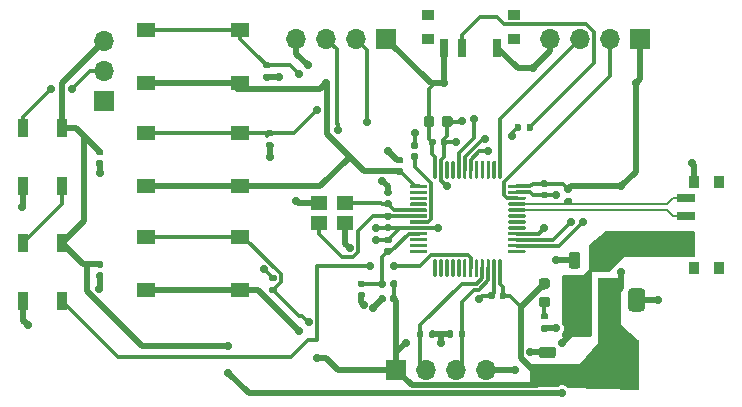
<source format=gbr>
%TF.GenerationSoftware,KiCad,Pcbnew,8.0.2-8.0.2-0~ubuntu22.04.1*%
%TF.CreationDate,2024-05-20T21:53:09+02:00*%
%TF.ProjectId,qclock,71636c6f-636b-42e6-9b69-6361645f7063,rev?*%
%TF.SameCoordinates,Original*%
%TF.FileFunction,Copper,L1,Top*%
%TF.FilePolarity,Positive*%
%FSLAX46Y46*%
G04 Gerber Fmt 4.6, Leading zero omitted, Abs format (unit mm)*
G04 Created by KiCad (PCBNEW 8.0.2-8.0.2-0~ubuntu22.04.1) date 2024-05-20 21:53:09*
%MOMM*%
%LPD*%
G01*
G04 APERTURE LIST*
%TA.AperFunction,SMDPad,CuDef*%
%ADD10R,1.498600X0.711200*%
%TD*%
%TA.AperFunction,SMDPad,CuDef*%
%ADD11R,0.812800X0.990600*%
%TD*%
%TA.AperFunction,ComponentPad*%
%ADD12R,1.700000X1.700000*%
%TD*%
%TA.AperFunction,ComponentPad*%
%ADD13O,1.700000X1.700000*%
%TD*%
%TA.AperFunction,SMDPad,CuDef*%
%ADD14R,0.711200X1.498600*%
%TD*%
%TA.AperFunction,SMDPad,CuDef*%
%ADD15R,0.990600X0.812800*%
%TD*%
%TA.AperFunction,SMDPad,CuDef*%
%ADD16R,1.550000X1.300000*%
%TD*%
%TA.AperFunction,SMDPad,CuDef*%
%ADD17R,1.400000X1.200000*%
%TD*%
%TA.AperFunction,SMDPad,CuDef*%
%ADD18R,0.900000X1.500000*%
%TD*%
%TA.AperFunction,ViaPad*%
%ADD19C,0.700000*%
%TD*%
%TA.AperFunction,Conductor*%
%ADD20C,0.500000*%
%TD*%
%TA.AperFunction,Conductor*%
%ADD21C,0.200000*%
%TD*%
%TA.AperFunction,Conductor*%
%ADD22C,0.300000*%
%TD*%
G04 APERTURE END LIST*
D10*
%TO.P,J3,1,VBUS*%
%TO.N,VBUS*%
X170004600Y-90250003D03*
%TO.P,J3,2,D-*%
%TO.N,/USB_D-*%
X170004600Y-87250000D03*
%TO.P,J3,3,D+*%
%TO.N,/USB_D+*%
X170004600Y-85750000D03*
D11*
%TO.P,J3,4,ID*%
%TO.N,unconnected-(J3-ID-Pad4)*%
X170704601Y-91650000D03*
%TO.P,J3,5,GND*%
%TO.N,GND*%
X170704601Y-84350000D03*
%TO.P,J3,6,Shield*%
%TO.N,unconnected-(J3-Shield-Pad6)*%
X172804599Y-91649980D03*
%TO.P,J3,7*%
%TO.N,N/C*%
X172804599Y-84350020D03*
%TD*%
%TO.P,U2,1,GND*%
%TO.N,GND*%
%TA.AperFunction,SMDPad,CuDef*%
G36*
G01*
X165425000Y-93350000D02*
X166175000Y-93350000D01*
G75*
G02*
X166550000Y-93725000I0J-375000D01*
G01*
X166550000Y-94975000D01*
G75*
G02*
X166175000Y-95350000I-375000J0D01*
G01*
X165425000Y-95350000D01*
G75*
G02*
X165050000Y-94975000I0J375000D01*
G01*
X165050000Y-93725000D01*
G75*
G02*
X165425000Y-93350000I375000J0D01*
G01*
G37*
%TD.AperFunction*%
%TO.P,U2,2,VO*%
%TO.N,+3V3*%
%TA.AperFunction,SMDPad,CuDef*%
G36*
G01*
X163125000Y-93350000D02*
X163875000Y-93350000D01*
G75*
G02*
X164250000Y-93725000I0J-375000D01*
G01*
X164250000Y-94975000D01*
G75*
G02*
X163875000Y-95350000I-375000J0D01*
G01*
X163125000Y-95350000D01*
G75*
G02*
X162750000Y-94975000I0J375000D01*
G01*
X162750000Y-93725000D01*
G75*
G02*
X163125000Y-93350000I375000J0D01*
G01*
G37*
%TD.AperFunction*%
%TA.AperFunction,SMDPad,CuDef*%
G36*
G01*
X162100000Y-99650000D02*
X164900000Y-99650000D01*
G75*
G02*
X165400000Y-100150000I0J-500000D01*
G01*
X165400000Y-101150000D01*
G75*
G02*
X164900000Y-101650000I-500000J0D01*
G01*
X162100000Y-101650000D01*
G75*
G02*
X161600000Y-101150000I0J500000D01*
G01*
X161600000Y-100150000D01*
G75*
G02*
X162100000Y-99650000I500000J0D01*
G01*
G37*
%TD.AperFunction*%
%TO.P,U2,3,VI*%
%TO.N,VBUS*%
%TA.AperFunction,SMDPad,CuDef*%
G36*
G01*
X160825000Y-93350000D02*
X161575000Y-93350000D01*
G75*
G02*
X161950000Y-93725000I0J-375000D01*
G01*
X161950000Y-94975000D01*
G75*
G02*
X161575000Y-95350000I-375000J0D01*
G01*
X160825000Y-95350000D01*
G75*
G02*
X160450000Y-94975000I0J375000D01*
G01*
X160450000Y-93725000D01*
G75*
G02*
X160825000Y-93350000I375000J0D01*
G01*
G37*
%TD.AperFunction*%
%TD*%
%TO.P,R1,1*%
%TO.N,/BOOT0*%
%TA.AperFunction,SMDPad,CuDef*%
G36*
G01*
X155470000Y-79935000D02*
X155470000Y-79565000D01*
G75*
G02*
X155605000Y-79430000I135000J0D01*
G01*
X155875000Y-79430000D01*
G75*
G02*
X156010000Y-79565000I0J-135000D01*
G01*
X156010000Y-79935000D01*
G75*
G02*
X155875000Y-80070000I-135000J0D01*
G01*
X155605000Y-80070000D01*
G75*
G02*
X155470000Y-79935000I0J135000D01*
G01*
G37*
%TD.AperFunction*%
%TO.P,R1,2*%
%TO.N,Net-(SW1-B)*%
%TA.AperFunction,SMDPad,CuDef*%
G36*
G01*
X156490000Y-79935000D02*
X156490000Y-79565000D01*
G75*
G02*
X156625000Y-79430000I135000J0D01*
G01*
X156895000Y-79430000D01*
G75*
G02*
X157030000Y-79565000I0J-135000D01*
G01*
X157030000Y-79935000D01*
G75*
G02*
X156895000Y-80070000I-135000J0D01*
G01*
X156625000Y-80070000D01*
G75*
G02*
X156490000Y-79935000I0J135000D01*
G01*
G37*
%TD.AperFunction*%
%TD*%
%TO.P,C3,1*%
%TO.N,+3V3*%
%TA.AperFunction,SMDPad,CuDef*%
G36*
G01*
X145920000Y-83760000D02*
X145580000Y-83760000D01*
G75*
G02*
X145440000Y-83620000I0J140000D01*
G01*
X145440000Y-83340000D01*
G75*
G02*
X145580000Y-83200000I140000J0D01*
G01*
X145920000Y-83200000D01*
G75*
G02*
X146060000Y-83340000I0J-140000D01*
G01*
X146060000Y-83620000D01*
G75*
G02*
X145920000Y-83760000I-140000J0D01*
G01*
G37*
%TD.AperFunction*%
%TO.P,C3,2*%
%TO.N,GND*%
%TA.AperFunction,SMDPad,CuDef*%
G36*
G01*
X145920000Y-82800000D02*
X145580000Y-82800000D01*
G75*
G02*
X145440000Y-82660000I0J140000D01*
G01*
X145440000Y-82380000D01*
G75*
G02*
X145580000Y-82240000I140000J0D01*
G01*
X145920000Y-82240000D01*
G75*
G02*
X146060000Y-82380000I0J-140000D01*
G01*
X146060000Y-82660000D01*
G75*
G02*
X145920000Y-82800000I-140000J0D01*
G01*
G37*
%TD.AperFunction*%
%TD*%
%TO.P,R5,1*%
%TO.N,/USB_D+*%
%TA.AperFunction,SMDPad,CuDef*%
G36*
G01*
X160185000Y-86280000D02*
X159815000Y-86280000D01*
G75*
G02*
X159680000Y-86145000I0J135000D01*
G01*
X159680000Y-85875000D01*
G75*
G02*
X159815000Y-85740000I135000J0D01*
G01*
X160185000Y-85740000D01*
G75*
G02*
X160320000Y-85875000I0J-135000D01*
G01*
X160320000Y-86145000D01*
G75*
G02*
X160185000Y-86280000I-135000J0D01*
G01*
G37*
%TD.AperFunction*%
%TO.P,R5,2*%
%TO.N,+3V3*%
%TA.AperFunction,SMDPad,CuDef*%
G36*
G01*
X160185000Y-85260000D02*
X159815000Y-85260000D01*
G75*
G02*
X159680000Y-85125000I0J135000D01*
G01*
X159680000Y-84855000D01*
G75*
G02*
X159815000Y-84720000I135000J0D01*
G01*
X160185000Y-84720000D01*
G75*
G02*
X160320000Y-84855000I0J-135000D01*
G01*
X160320000Y-85125000D01*
G75*
G02*
X160185000Y-85260000I-135000J0D01*
G01*
G37*
%TD.AperFunction*%
%TD*%
%TO.P,C6,1*%
%TO.N,/HSE_OUT*%
%TA.AperFunction,SMDPad,CuDef*%
G36*
G01*
X144580000Y-86990000D02*
X144920000Y-86990000D01*
G75*
G02*
X145060000Y-87130000I0J-140000D01*
G01*
X145060000Y-87410000D01*
G75*
G02*
X144920000Y-87550000I-140000J0D01*
G01*
X144580000Y-87550000D01*
G75*
G02*
X144440000Y-87410000I0J140000D01*
G01*
X144440000Y-87130000D01*
G75*
G02*
X144580000Y-86990000I140000J0D01*
G01*
G37*
%TD.AperFunction*%
%TO.P,C6,2*%
%TO.N,GND*%
%TA.AperFunction,SMDPad,CuDef*%
G36*
G01*
X144580000Y-87950000D02*
X144920000Y-87950000D01*
G75*
G02*
X145060000Y-88090000I0J-140000D01*
G01*
X145060000Y-88370000D01*
G75*
G02*
X144920000Y-88510000I-140000J0D01*
G01*
X144580000Y-88510000D01*
G75*
G02*
X144440000Y-88370000I0J140000D01*
G01*
X144440000Y-88090000D01*
G75*
G02*
X144580000Y-87950000I140000J0D01*
G01*
G37*
%TD.AperFunction*%
%TD*%
%TO.P,C1,1*%
%TO.N,/HSE_IN*%
%TA.AperFunction,SMDPad,CuDef*%
G36*
G01*
X144920000Y-86490000D02*
X144580000Y-86490000D01*
G75*
G02*
X144440000Y-86350000I0J140000D01*
G01*
X144440000Y-86070000D01*
G75*
G02*
X144580000Y-85930000I140000J0D01*
G01*
X144920000Y-85930000D01*
G75*
G02*
X145060000Y-86070000I0J-140000D01*
G01*
X145060000Y-86350000D01*
G75*
G02*
X144920000Y-86490000I-140000J0D01*
G01*
G37*
%TD.AperFunction*%
%TO.P,C1,2*%
%TO.N,GND*%
%TA.AperFunction,SMDPad,CuDef*%
G36*
G01*
X144920000Y-85530000D02*
X144580000Y-85530000D01*
G75*
G02*
X144440000Y-85390000I0J140000D01*
G01*
X144440000Y-85110000D01*
G75*
G02*
X144580000Y-84970000I140000J0D01*
G01*
X144920000Y-84970000D01*
G75*
G02*
X145060000Y-85110000I0J-140000D01*
G01*
X145060000Y-85390000D01*
G75*
G02*
X144920000Y-85530000I-140000J0D01*
G01*
G37*
%TD.AperFunction*%
%TD*%
%TO.P,R2,1*%
%TO.N,/BTN_H*%
%TA.AperFunction,SMDPad,CuDef*%
G36*
G01*
X135185000Y-93780000D02*
X134815000Y-93780000D01*
G75*
G02*
X134680000Y-93645000I0J135000D01*
G01*
X134680000Y-93375000D01*
G75*
G02*
X134815000Y-93240000I135000J0D01*
G01*
X135185000Y-93240000D01*
G75*
G02*
X135320000Y-93375000I0J-135000D01*
G01*
X135320000Y-93645000D01*
G75*
G02*
X135185000Y-93780000I-135000J0D01*
G01*
G37*
%TD.AperFunction*%
%TO.P,R2,2*%
%TO.N,GND*%
%TA.AperFunction,SMDPad,CuDef*%
G36*
G01*
X135185000Y-92760000D02*
X134815000Y-92760000D01*
G75*
G02*
X134680000Y-92625000I0J135000D01*
G01*
X134680000Y-92355000D01*
G75*
G02*
X134815000Y-92220000I135000J0D01*
G01*
X135185000Y-92220000D01*
G75*
G02*
X135320000Y-92355000I0J-135000D01*
G01*
X135320000Y-92625000D01*
G75*
G02*
X135185000Y-92760000I-135000J0D01*
G01*
G37*
%TD.AperFunction*%
%TD*%
%TO.P,C14,1*%
%TO.N,VBUS*%
%TA.AperFunction,SMDPad,CuDef*%
G36*
G01*
X120180000Y-81560000D02*
X120520000Y-81560000D01*
G75*
G02*
X120660000Y-81700000I0J-140000D01*
G01*
X120660000Y-81980000D01*
G75*
G02*
X120520000Y-82120000I-140000J0D01*
G01*
X120180000Y-82120000D01*
G75*
G02*
X120040000Y-81980000I0J140000D01*
G01*
X120040000Y-81700000D01*
G75*
G02*
X120180000Y-81560000I140000J0D01*
G01*
G37*
%TD.AperFunction*%
%TO.P,C14,2*%
%TO.N,GND*%
%TA.AperFunction,SMDPad,CuDef*%
G36*
G01*
X120180000Y-82520000D02*
X120520000Y-82520000D01*
G75*
G02*
X120660000Y-82660000I0J-140000D01*
G01*
X120660000Y-82940000D01*
G75*
G02*
X120520000Y-83080000I-140000J0D01*
G01*
X120180000Y-83080000D01*
G75*
G02*
X120040000Y-82940000I0J140000D01*
G01*
X120040000Y-82660000D01*
G75*
G02*
X120180000Y-82520000I140000J0D01*
G01*
G37*
%TD.AperFunction*%
%TD*%
D12*
%TO.P,J1,1,Pin_1*%
%TO.N,+3V3*%
X144620000Y-72250000D03*
D13*
%TO.P,J1,2,Pin_2*%
%TO.N,/UART_TX*%
X142080000Y-72250000D03*
%TO.P,J1,3,Pin_3*%
%TO.N,/UART_RX*%
X139540000Y-72250000D03*
%TO.P,J1,4,Pin_4*%
%TO.N,GND*%
X137000000Y-72250000D03*
%TD*%
%TO.P,U1,1,VBAT*%
%TO.N,+3V3*%
%TA.AperFunction,SMDPad,CuDef*%
G36*
G01*
X146600000Y-84825000D02*
X146600000Y-84675000D01*
G75*
G02*
X146675000Y-84600000I75000J0D01*
G01*
X148000000Y-84600000D01*
G75*
G02*
X148075000Y-84675000I0J-75000D01*
G01*
X148075000Y-84825000D01*
G75*
G02*
X148000000Y-84900000I-75000J0D01*
G01*
X146675000Y-84900000D01*
G75*
G02*
X146600000Y-84825000I0J75000D01*
G01*
G37*
%TD.AperFunction*%
%TO.P,U1,2,PC13*%
%TO.N,unconnected-(U1-PC13-Pad2)*%
%TA.AperFunction,SMDPad,CuDef*%
G36*
G01*
X146600000Y-85325000D02*
X146600000Y-85175000D01*
G75*
G02*
X146675000Y-85100000I75000J0D01*
G01*
X148000000Y-85100000D01*
G75*
G02*
X148075000Y-85175000I0J-75000D01*
G01*
X148075000Y-85325000D01*
G75*
G02*
X148000000Y-85400000I-75000J0D01*
G01*
X146675000Y-85400000D01*
G75*
G02*
X146600000Y-85325000I0J75000D01*
G01*
G37*
%TD.AperFunction*%
%TO.P,U1,3,PC14*%
%TO.N,unconnected-(U1-PC14-Pad3)*%
%TA.AperFunction,SMDPad,CuDef*%
G36*
G01*
X146600000Y-85825000D02*
X146600000Y-85675000D01*
G75*
G02*
X146675000Y-85600000I75000J0D01*
G01*
X148000000Y-85600000D01*
G75*
G02*
X148075000Y-85675000I0J-75000D01*
G01*
X148075000Y-85825000D01*
G75*
G02*
X148000000Y-85900000I-75000J0D01*
G01*
X146675000Y-85900000D01*
G75*
G02*
X146600000Y-85825000I0J75000D01*
G01*
G37*
%TD.AperFunction*%
%TO.P,U1,4,PC15*%
%TO.N,unconnected-(U1-PC15-Pad4)*%
%TA.AperFunction,SMDPad,CuDef*%
G36*
G01*
X146600000Y-86325000D02*
X146600000Y-86175000D01*
G75*
G02*
X146675000Y-86100000I75000J0D01*
G01*
X148000000Y-86100000D01*
G75*
G02*
X148075000Y-86175000I0J-75000D01*
G01*
X148075000Y-86325000D01*
G75*
G02*
X148000000Y-86400000I-75000J0D01*
G01*
X146675000Y-86400000D01*
G75*
G02*
X146600000Y-86325000I0J75000D01*
G01*
G37*
%TD.AperFunction*%
%TO.P,U1,5,PD0*%
%TO.N,/HSE_IN*%
%TA.AperFunction,SMDPad,CuDef*%
G36*
G01*
X146600000Y-86825000D02*
X146600000Y-86675000D01*
G75*
G02*
X146675000Y-86600000I75000J0D01*
G01*
X148000000Y-86600000D01*
G75*
G02*
X148075000Y-86675000I0J-75000D01*
G01*
X148075000Y-86825000D01*
G75*
G02*
X148000000Y-86900000I-75000J0D01*
G01*
X146675000Y-86900000D01*
G75*
G02*
X146600000Y-86825000I0J75000D01*
G01*
G37*
%TD.AperFunction*%
%TO.P,U1,6,PD1*%
%TO.N,/HSE_OUT*%
%TA.AperFunction,SMDPad,CuDef*%
G36*
G01*
X146600000Y-87325000D02*
X146600000Y-87175000D01*
G75*
G02*
X146675000Y-87100000I75000J0D01*
G01*
X148000000Y-87100000D01*
G75*
G02*
X148075000Y-87175000I0J-75000D01*
G01*
X148075000Y-87325000D01*
G75*
G02*
X148000000Y-87400000I-75000J0D01*
G01*
X146675000Y-87400000D01*
G75*
G02*
X146600000Y-87325000I0J75000D01*
G01*
G37*
%TD.AperFunction*%
%TO.P,U1,7,NRST*%
%TO.N,/NRST*%
%TA.AperFunction,SMDPad,CuDef*%
G36*
G01*
X146600000Y-87825000D02*
X146600000Y-87675000D01*
G75*
G02*
X146675000Y-87600000I75000J0D01*
G01*
X148000000Y-87600000D01*
G75*
G02*
X148075000Y-87675000I0J-75000D01*
G01*
X148075000Y-87825000D01*
G75*
G02*
X148000000Y-87900000I-75000J0D01*
G01*
X146675000Y-87900000D01*
G75*
G02*
X146600000Y-87825000I0J75000D01*
G01*
G37*
%TD.AperFunction*%
%TO.P,U1,8,VSSA*%
%TO.N,GND*%
%TA.AperFunction,SMDPad,CuDef*%
G36*
G01*
X146600000Y-88325000D02*
X146600000Y-88175000D01*
G75*
G02*
X146675000Y-88100000I75000J0D01*
G01*
X148000000Y-88100000D01*
G75*
G02*
X148075000Y-88175000I0J-75000D01*
G01*
X148075000Y-88325000D01*
G75*
G02*
X148000000Y-88400000I-75000J0D01*
G01*
X146675000Y-88400000D01*
G75*
G02*
X146600000Y-88325000I0J75000D01*
G01*
G37*
%TD.AperFunction*%
%TO.P,U1,9,VDDA*%
%TO.N,+3.3VA*%
%TA.AperFunction,SMDPad,CuDef*%
G36*
G01*
X146600000Y-88825000D02*
X146600000Y-88675000D01*
G75*
G02*
X146675000Y-88600000I75000J0D01*
G01*
X148000000Y-88600000D01*
G75*
G02*
X148075000Y-88675000I0J-75000D01*
G01*
X148075000Y-88825000D01*
G75*
G02*
X148000000Y-88900000I-75000J0D01*
G01*
X146675000Y-88900000D01*
G75*
G02*
X146600000Y-88825000I0J75000D01*
G01*
G37*
%TD.AperFunction*%
%TO.P,U1,10,PA0*%
%TO.N,unconnected-(U1-PA0-Pad10)*%
%TA.AperFunction,SMDPad,CuDef*%
G36*
G01*
X146600000Y-89325000D02*
X146600000Y-89175000D01*
G75*
G02*
X146675000Y-89100000I75000J0D01*
G01*
X148000000Y-89100000D01*
G75*
G02*
X148075000Y-89175000I0J-75000D01*
G01*
X148075000Y-89325000D01*
G75*
G02*
X148000000Y-89400000I-75000J0D01*
G01*
X146675000Y-89400000D01*
G75*
G02*
X146600000Y-89325000I0J75000D01*
G01*
G37*
%TD.AperFunction*%
%TO.P,U1,11,PA1*%
%TO.N,unconnected-(U1-PA1-Pad11)*%
%TA.AperFunction,SMDPad,CuDef*%
G36*
G01*
X146600000Y-89825000D02*
X146600000Y-89675000D01*
G75*
G02*
X146675000Y-89600000I75000J0D01*
G01*
X148000000Y-89600000D01*
G75*
G02*
X148075000Y-89675000I0J-75000D01*
G01*
X148075000Y-89825000D01*
G75*
G02*
X148000000Y-89900000I-75000J0D01*
G01*
X146675000Y-89900000D01*
G75*
G02*
X146600000Y-89825000I0J75000D01*
G01*
G37*
%TD.AperFunction*%
%TO.P,U1,12,PA2*%
%TO.N,unconnected-(U1-PA2-Pad12)*%
%TA.AperFunction,SMDPad,CuDef*%
G36*
G01*
X146600000Y-90325000D02*
X146600000Y-90175000D01*
G75*
G02*
X146675000Y-90100000I75000J0D01*
G01*
X148000000Y-90100000D01*
G75*
G02*
X148075000Y-90175000I0J-75000D01*
G01*
X148075000Y-90325000D01*
G75*
G02*
X148000000Y-90400000I-75000J0D01*
G01*
X146675000Y-90400000D01*
G75*
G02*
X146600000Y-90325000I0J75000D01*
G01*
G37*
%TD.AperFunction*%
%TO.P,U1,13,PA3*%
%TO.N,unconnected-(U1-PA3-Pad13)*%
%TA.AperFunction,SMDPad,CuDef*%
G36*
G01*
X148600000Y-92325000D02*
X148600000Y-91000000D01*
G75*
G02*
X148675000Y-90925000I75000J0D01*
G01*
X148825000Y-90925000D01*
G75*
G02*
X148900000Y-91000000I0J-75000D01*
G01*
X148900000Y-92325000D01*
G75*
G02*
X148825000Y-92400000I-75000J0D01*
G01*
X148675000Y-92400000D01*
G75*
G02*
X148600000Y-92325000I0J75000D01*
G01*
G37*
%TD.AperFunction*%
%TO.P,U1,14,PA4*%
%TO.N,unconnected-(U1-PA4-Pad14)*%
%TA.AperFunction,SMDPad,CuDef*%
G36*
G01*
X149100000Y-92325000D02*
X149100000Y-91000000D01*
G75*
G02*
X149175000Y-90925000I75000J0D01*
G01*
X149325000Y-90925000D01*
G75*
G02*
X149400000Y-91000000I0J-75000D01*
G01*
X149400000Y-92325000D01*
G75*
G02*
X149325000Y-92400000I-75000J0D01*
G01*
X149175000Y-92400000D01*
G75*
G02*
X149100000Y-92325000I0J75000D01*
G01*
G37*
%TD.AperFunction*%
%TO.P,U1,15,PA5*%
%TO.N,unconnected-(U1-PA5-Pad15)*%
%TA.AperFunction,SMDPad,CuDef*%
G36*
G01*
X149600000Y-92325000D02*
X149600000Y-91000000D01*
G75*
G02*
X149675000Y-90925000I75000J0D01*
G01*
X149825000Y-90925000D01*
G75*
G02*
X149900000Y-91000000I0J-75000D01*
G01*
X149900000Y-92325000D01*
G75*
G02*
X149825000Y-92400000I-75000J0D01*
G01*
X149675000Y-92400000D01*
G75*
G02*
X149600000Y-92325000I0J75000D01*
G01*
G37*
%TD.AperFunction*%
%TO.P,U1,16,PA6*%
%TO.N,unconnected-(U1-PA6-Pad16)*%
%TA.AperFunction,SMDPad,CuDef*%
G36*
G01*
X150100000Y-92325000D02*
X150100000Y-91000000D01*
G75*
G02*
X150175000Y-90925000I75000J0D01*
G01*
X150325000Y-90925000D01*
G75*
G02*
X150400000Y-91000000I0J-75000D01*
G01*
X150400000Y-92325000D01*
G75*
G02*
X150325000Y-92400000I-75000J0D01*
G01*
X150175000Y-92400000D01*
G75*
G02*
X150100000Y-92325000I0J75000D01*
G01*
G37*
%TD.AperFunction*%
%TO.P,U1,17,PA7*%
%TO.N,unconnected-(U1-PA7-Pad17)*%
%TA.AperFunction,SMDPad,CuDef*%
G36*
G01*
X150600000Y-92325000D02*
X150600000Y-91000000D01*
G75*
G02*
X150675000Y-90925000I75000J0D01*
G01*
X150825000Y-90925000D01*
G75*
G02*
X150900000Y-91000000I0J-75000D01*
G01*
X150900000Y-92325000D01*
G75*
G02*
X150825000Y-92400000I-75000J0D01*
G01*
X150675000Y-92400000D01*
G75*
G02*
X150600000Y-92325000I0J75000D01*
G01*
G37*
%TD.AperFunction*%
%TO.P,U1,18,PB0*%
%TO.N,unconnected-(U1-PB0-Pad18)*%
%TA.AperFunction,SMDPad,CuDef*%
G36*
G01*
X151100000Y-92325000D02*
X151100000Y-91000000D01*
G75*
G02*
X151175000Y-90925000I75000J0D01*
G01*
X151325000Y-90925000D01*
G75*
G02*
X151400000Y-91000000I0J-75000D01*
G01*
X151400000Y-92325000D01*
G75*
G02*
X151325000Y-92400000I-75000J0D01*
G01*
X151175000Y-92400000D01*
G75*
G02*
X151100000Y-92325000I0J75000D01*
G01*
G37*
%TD.AperFunction*%
%TO.P,U1,19,PB1*%
%TO.N,/LED*%
%TA.AperFunction,SMDPad,CuDef*%
G36*
G01*
X151600000Y-92325000D02*
X151600000Y-91000000D01*
G75*
G02*
X151675000Y-90925000I75000J0D01*
G01*
X151825000Y-90925000D01*
G75*
G02*
X151900000Y-91000000I0J-75000D01*
G01*
X151900000Y-92325000D01*
G75*
G02*
X151825000Y-92400000I-75000J0D01*
G01*
X151675000Y-92400000D01*
G75*
G02*
X151600000Y-92325000I0J75000D01*
G01*
G37*
%TD.AperFunction*%
%TO.P,U1,20,PB2*%
%TO.N,unconnected-(U1-PB2-Pad20)*%
%TA.AperFunction,SMDPad,CuDef*%
G36*
G01*
X152100000Y-92325000D02*
X152100000Y-91000000D01*
G75*
G02*
X152175000Y-90925000I75000J0D01*
G01*
X152325000Y-90925000D01*
G75*
G02*
X152400000Y-91000000I0J-75000D01*
G01*
X152400000Y-92325000D01*
G75*
G02*
X152325000Y-92400000I-75000J0D01*
G01*
X152175000Y-92400000D01*
G75*
G02*
X152100000Y-92325000I0J75000D01*
G01*
G37*
%TD.AperFunction*%
%TO.P,U1,21,PB10*%
%TO.N,/I2C2_SCL*%
%TA.AperFunction,SMDPad,CuDef*%
G36*
G01*
X152600000Y-92325000D02*
X152600000Y-91000000D01*
G75*
G02*
X152675000Y-90925000I75000J0D01*
G01*
X152825000Y-90925000D01*
G75*
G02*
X152900000Y-91000000I0J-75000D01*
G01*
X152900000Y-92325000D01*
G75*
G02*
X152825000Y-92400000I-75000J0D01*
G01*
X152675000Y-92400000D01*
G75*
G02*
X152600000Y-92325000I0J75000D01*
G01*
G37*
%TD.AperFunction*%
%TO.P,U1,22,PB11*%
%TO.N,/I2C2_SDA*%
%TA.AperFunction,SMDPad,CuDef*%
G36*
G01*
X153100000Y-92325000D02*
X153100000Y-91000000D01*
G75*
G02*
X153175000Y-90925000I75000J0D01*
G01*
X153325000Y-90925000D01*
G75*
G02*
X153400000Y-91000000I0J-75000D01*
G01*
X153400000Y-92325000D01*
G75*
G02*
X153325000Y-92400000I-75000J0D01*
G01*
X153175000Y-92400000D01*
G75*
G02*
X153100000Y-92325000I0J75000D01*
G01*
G37*
%TD.AperFunction*%
%TO.P,U1,23,VSS*%
%TO.N,GND*%
%TA.AperFunction,SMDPad,CuDef*%
G36*
G01*
X153600000Y-92325000D02*
X153600000Y-91000000D01*
G75*
G02*
X153675000Y-90925000I75000J0D01*
G01*
X153825000Y-90925000D01*
G75*
G02*
X153900000Y-91000000I0J-75000D01*
G01*
X153900000Y-92325000D01*
G75*
G02*
X153825000Y-92400000I-75000J0D01*
G01*
X153675000Y-92400000D01*
G75*
G02*
X153600000Y-92325000I0J75000D01*
G01*
G37*
%TD.AperFunction*%
%TO.P,U1,24,VDD*%
%TO.N,+3V3*%
%TA.AperFunction,SMDPad,CuDef*%
G36*
G01*
X154100000Y-92325000D02*
X154100000Y-91000000D01*
G75*
G02*
X154175000Y-90925000I75000J0D01*
G01*
X154325000Y-90925000D01*
G75*
G02*
X154400000Y-91000000I0J-75000D01*
G01*
X154400000Y-92325000D01*
G75*
G02*
X154325000Y-92400000I-75000J0D01*
G01*
X154175000Y-92400000D01*
G75*
G02*
X154100000Y-92325000I0J75000D01*
G01*
G37*
%TD.AperFunction*%
%TO.P,U1,25,PB12*%
%TO.N,unconnected-(U1-PB12-Pad25)*%
%TA.AperFunction,SMDPad,CuDef*%
G36*
G01*
X154925000Y-90325000D02*
X154925000Y-90175000D01*
G75*
G02*
X155000000Y-90100000I75000J0D01*
G01*
X156325000Y-90100000D01*
G75*
G02*
X156400000Y-90175000I0J-75000D01*
G01*
X156400000Y-90325000D01*
G75*
G02*
X156325000Y-90400000I-75000J0D01*
G01*
X155000000Y-90400000D01*
G75*
G02*
X154925000Y-90325000I0J75000D01*
G01*
G37*
%TD.AperFunction*%
%TO.P,U1,26,PB13*%
%TO.N,/BTN_SM*%
%TA.AperFunction,SMDPad,CuDef*%
G36*
G01*
X154925000Y-89825000D02*
X154925000Y-89675000D01*
G75*
G02*
X155000000Y-89600000I75000J0D01*
G01*
X156325000Y-89600000D01*
G75*
G02*
X156400000Y-89675000I0J-75000D01*
G01*
X156400000Y-89825000D01*
G75*
G02*
X156325000Y-89900000I-75000J0D01*
G01*
X155000000Y-89900000D01*
G75*
G02*
X154925000Y-89825000I0J75000D01*
G01*
G37*
%TD.AperFunction*%
%TO.P,U1,27,PB14*%
%TO.N,/BTN_M*%
%TA.AperFunction,SMDPad,CuDef*%
G36*
G01*
X154925000Y-89325000D02*
X154925000Y-89175000D01*
G75*
G02*
X155000000Y-89100000I75000J0D01*
G01*
X156325000Y-89100000D01*
G75*
G02*
X156400000Y-89175000I0J-75000D01*
G01*
X156400000Y-89325000D01*
G75*
G02*
X156325000Y-89400000I-75000J0D01*
G01*
X155000000Y-89400000D01*
G75*
G02*
X154925000Y-89325000I0J75000D01*
G01*
G37*
%TD.AperFunction*%
%TO.P,U1,28,PB15*%
%TO.N,/BTN_H*%
%TA.AperFunction,SMDPad,CuDef*%
G36*
G01*
X154925000Y-88825000D02*
X154925000Y-88675000D01*
G75*
G02*
X155000000Y-88600000I75000J0D01*
G01*
X156325000Y-88600000D01*
G75*
G02*
X156400000Y-88675000I0J-75000D01*
G01*
X156400000Y-88825000D01*
G75*
G02*
X156325000Y-88900000I-75000J0D01*
G01*
X155000000Y-88900000D01*
G75*
G02*
X154925000Y-88825000I0J75000D01*
G01*
G37*
%TD.AperFunction*%
%TO.P,U1,29,PA8*%
%TO.N,unconnected-(U1-PA8-Pad29)*%
%TA.AperFunction,SMDPad,CuDef*%
G36*
G01*
X154925000Y-88325000D02*
X154925000Y-88175000D01*
G75*
G02*
X155000000Y-88100000I75000J0D01*
G01*
X156325000Y-88100000D01*
G75*
G02*
X156400000Y-88175000I0J-75000D01*
G01*
X156400000Y-88325000D01*
G75*
G02*
X156325000Y-88400000I-75000J0D01*
G01*
X155000000Y-88400000D01*
G75*
G02*
X154925000Y-88325000I0J75000D01*
G01*
G37*
%TD.AperFunction*%
%TO.P,U1,30,PA9*%
%TO.N,unconnected-(U1-PA9-Pad30)*%
%TA.AperFunction,SMDPad,CuDef*%
G36*
G01*
X154925000Y-87825000D02*
X154925000Y-87675000D01*
G75*
G02*
X155000000Y-87600000I75000J0D01*
G01*
X156325000Y-87600000D01*
G75*
G02*
X156400000Y-87675000I0J-75000D01*
G01*
X156400000Y-87825000D01*
G75*
G02*
X156325000Y-87900000I-75000J0D01*
G01*
X155000000Y-87900000D01*
G75*
G02*
X154925000Y-87825000I0J75000D01*
G01*
G37*
%TD.AperFunction*%
%TO.P,U1,31,PA10*%
%TO.N,unconnected-(U1-PA10-Pad31)*%
%TA.AperFunction,SMDPad,CuDef*%
G36*
G01*
X154925000Y-87325000D02*
X154925000Y-87175000D01*
G75*
G02*
X155000000Y-87100000I75000J0D01*
G01*
X156325000Y-87100000D01*
G75*
G02*
X156400000Y-87175000I0J-75000D01*
G01*
X156400000Y-87325000D01*
G75*
G02*
X156325000Y-87400000I-75000J0D01*
G01*
X155000000Y-87400000D01*
G75*
G02*
X154925000Y-87325000I0J75000D01*
G01*
G37*
%TD.AperFunction*%
%TO.P,U1,32,PA11*%
%TO.N,/USB_D-*%
%TA.AperFunction,SMDPad,CuDef*%
G36*
G01*
X154925000Y-86825000D02*
X154925000Y-86675000D01*
G75*
G02*
X155000000Y-86600000I75000J0D01*
G01*
X156325000Y-86600000D01*
G75*
G02*
X156400000Y-86675000I0J-75000D01*
G01*
X156400000Y-86825000D01*
G75*
G02*
X156325000Y-86900000I-75000J0D01*
G01*
X155000000Y-86900000D01*
G75*
G02*
X154925000Y-86825000I0J75000D01*
G01*
G37*
%TD.AperFunction*%
%TO.P,U1,33,PA12*%
%TO.N,/USB_D+*%
%TA.AperFunction,SMDPad,CuDef*%
G36*
G01*
X154925000Y-86325000D02*
X154925000Y-86175000D01*
G75*
G02*
X155000000Y-86100000I75000J0D01*
G01*
X156325000Y-86100000D01*
G75*
G02*
X156400000Y-86175000I0J-75000D01*
G01*
X156400000Y-86325000D01*
G75*
G02*
X156325000Y-86400000I-75000J0D01*
G01*
X155000000Y-86400000D01*
G75*
G02*
X154925000Y-86325000I0J75000D01*
G01*
G37*
%TD.AperFunction*%
%TO.P,U1,34,PA13*%
%TO.N,/SWDIO*%
%TA.AperFunction,SMDPad,CuDef*%
G36*
G01*
X154925000Y-85825000D02*
X154925000Y-85675000D01*
G75*
G02*
X155000000Y-85600000I75000J0D01*
G01*
X156325000Y-85600000D01*
G75*
G02*
X156400000Y-85675000I0J-75000D01*
G01*
X156400000Y-85825000D01*
G75*
G02*
X156325000Y-85900000I-75000J0D01*
G01*
X155000000Y-85900000D01*
G75*
G02*
X154925000Y-85825000I0J75000D01*
G01*
G37*
%TD.AperFunction*%
%TO.P,U1,35,VSS*%
%TO.N,GND*%
%TA.AperFunction,SMDPad,CuDef*%
G36*
G01*
X154925000Y-85325000D02*
X154925000Y-85175000D01*
G75*
G02*
X155000000Y-85100000I75000J0D01*
G01*
X156325000Y-85100000D01*
G75*
G02*
X156400000Y-85175000I0J-75000D01*
G01*
X156400000Y-85325000D01*
G75*
G02*
X156325000Y-85400000I-75000J0D01*
G01*
X155000000Y-85400000D01*
G75*
G02*
X154925000Y-85325000I0J75000D01*
G01*
G37*
%TD.AperFunction*%
%TO.P,U1,36,VDD*%
%TO.N,+3V3*%
%TA.AperFunction,SMDPad,CuDef*%
G36*
G01*
X154925000Y-84825000D02*
X154925000Y-84675000D01*
G75*
G02*
X155000000Y-84600000I75000J0D01*
G01*
X156325000Y-84600000D01*
G75*
G02*
X156400000Y-84675000I0J-75000D01*
G01*
X156400000Y-84825000D01*
G75*
G02*
X156325000Y-84900000I-75000J0D01*
G01*
X155000000Y-84900000D01*
G75*
G02*
X154925000Y-84825000I0J75000D01*
G01*
G37*
%TD.AperFunction*%
%TO.P,U1,37,PA14*%
%TO.N,/SWCLK*%
%TA.AperFunction,SMDPad,CuDef*%
G36*
G01*
X154100000Y-84000000D02*
X154100000Y-82675000D01*
G75*
G02*
X154175000Y-82600000I75000J0D01*
G01*
X154325000Y-82600000D01*
G75*
G02*
X154400000Y-82675000I0J-75000D01*
G01*
X154400000Y-84000000D01*
G75*
G02*
X154325000Y-84075000I-75000J0D01*
G01*
X154175000Y-84075000D01*
G75*
G02*
X154100000Y-84000000I0J75000D01*
G01*
G37*
%TD.AperFunction*%
%TO.P,U1,38,PA15*%
%TO.N,unconnected-(U1-PA15-Pad38)*%
%TA.AperFunction,SMDPad,CuDef*%
G36*
G01*
X153600000Y-84000000D02*
X153600000Y-82675000D01*
G75*
G02*
X153675000Y-82600000I75000J0D01*
G01*
X153825000Y-82600000D01*
G75*
G02*
X153900000Y-82675000I0J-75000D01*
G01*
X153900000Y-84000000D01*
G75*
G02*
X153825000Y-84075000I-75000J0D01*
G01*
X153675000Y-84075000D01*
G75*
G02*
X153600000Y-84000000I0J75000D01*
G01*
G37*
%TD.AperFunction*%
%TO.P,U1,39,PB3*%
%TO.N,unconnected-(U1-PB3-Pad39)*%
%TA.AperFunction,SMDPad,CuDef*%
G36*
G01*
X153100000Y-84000000D02*
X153100000Y-82675000D01*
G75*
G02*
X153175000Y-82600000I75000J0D01*
G01*
X153325000Y-82600000D01*
G75*
G02*
X153400000Y-82675000I0J-75000D01*
G01*
X153400000Y-84000000D01*
G75*
G02*
X153325000Y-84075000I-75000J0D01*
G01*
X153175000Y-84075000D01*
G75*
G02*
X153100000Y-84000000I0J75000D01*
G01*
G37*
%TD.AperFunction*%
%TO.P,U1,40,PB4*%
%TO.N,unconnected-(U1-PB4-Pad40)*%
%TA.AperFunction,SMDPad,CuDef*%
G36*
G01*
X152600000Y-84000000D02*
X152600000Y-82675000D01*
G75*
G02*
X152675000Y-82600000I75000J0D01*
G01*
X152825000Y-82600000D01*
G75*
G02*
X152900000Y-82675000I0J-75000D01*
G01*
X152900000Y-84000000D01*
G75*
G02*
X152825000Y-84075000I-75000J0D01*
G01*
X152675000Y-84075000D01*
G75*
G02*
X152600000Y-84000000I0J75000D01*
G01*
G37*
%TD.AperFunction*%
%TO.P,U1,41,PB5*%
%TO.N,unconnected-(U1-PB5-Pad41)*%
%TA.AperFunction,SMDPad,CuDef*%
G36*
G01*
X152100000Y-84000000D02*
X152100000Y-82675000D01*
G75*
G02*
X152175000Y-82600000I75000J0D01*
G01*
X152325000Y-82600000D01*
G75*
G02*
X152400000Y-82675000I0J-75000D01*
G01*
X152400000Y-84000000D01*
G75*
G02*
X152325000Y-84075000I-75000J0D01*
G01*
X152175000Y-84075000D01*
G75*
G02*
X152100000Y-84000000I0J75000D01*
G01*
G37*
%TD.AperFunction*%
%TO.P,U1,42,PB6*%
%TO.N,/UART_TX*%
%TA.AperFunction,SMDPad,CuDef*%
G36*
G01*
X151600000Y-84000000D02*
X151600000Y-82675000D01*
G75*
G02*
X151675000Y-82600000I75000J0D01*
G01*
X151825000Y-82600000D01*
G75*
G02*
X151900000Y-82675000I0J-75000D01*
G01*
X151900000Y-84000000D01*
G75*
G02*
X151825000Y-84075000I-75000J0D01*
G01*
X151675000Y-84075000D01*
G75*
G02*
X151600000Y-84000000I0J75000D01*
G01*
G37*
%TD.AperFunction*%
%TO.P,U1,43,PB7*%
%TO.N,/UART_RX*%
%TA.AperFunction,SMDPad,CuDef*%
G36*
G01*
X151100000Y-84000000D02*
X151100000Y-82675000D01*
G75*
G02*
X151175000Y-82600000I75000J0D01*
G01*
X151325000Y-82600000D01*
G75*
G02*
X151400000Y-82675000I0J-75000D01*
G01*
X151400000Y-84000000D01*
G75*
G02*
X151325000Y-84075000I-75000J0D01*
G01*
X151175000Y-84075000D01*
G75*
G02*
X151100000Y-84000000I0J75000D01*
G01*
G37*
%TD.AperFunction*%
%TO.P,U1,44,BOOT0*%
%TO.N,/BOOT0*%
%TA.AperFunction,SMDPad,CuDef*%
G36*
G01*
X150600000Y-84000000D02*
X150600000Y-82675000D01*
G75*
G02*
X150675000Y-82600000I75000J0D01*
G01*
X150825000Y-82600000D01*
G75*
G02*
X150900000Y-82675000I0J-75000D01*
G01*
X150900000Y-84000000D01*
G75*
G02*
X150825000Y-84075000I-75000J0D01*
G01*
X150675000Y-84075000D01*
G75*
G02*
X150600000Y-84000000I0J75000D01*
G01*
G37*
%TD.AperFunction*%
%TO.P,U1,45,PB8*%
%TO.N,unconnected-(U1-PB8-Pad45)*%
%TA.AperFunction,SMDPad,CuDef*%
G36*
G01*
X150100000Y-84000000D02*
X150100000Y-82675000D01*
G75*
G02*
X150175000Y-82600000I75000J0D01*
G01*
X150325000Y-82600000D01*
G75*
G02*
X150400000Y-82675000I0J-75000D01*
G01*
X150400000Y-84000000D01*
G75*
G02*
X150325000Y-84075000I-75000J0D01*
G01*
X150175000Y-84075000D01*
G75*
G02*
X150100000Y-84000000I0J75000D01*
G01*
G37*
%TD.AperFunction*%
%TO.P,U1,46,PB9*%
%TO.N,unconnected-(U1-PB9-Pad46)*%
%TA.AperFunction,SMDPad,CuDef*%
G36*
G01*
X149600000Y-84000000D02*
X149600000Y-82675000D01*
G75*
G02*
X149675000Y-82600000I75000J0D01*
G01*
X149825000Y-82600000D01*
G75*
G02*
X149900000Y-82675000I0J-75000D01*
G01*
X149900000Y-84000000D01*
G75*
G02*
X149825000Y-84075000I-75000J0D01*
G01*
X149675000Y-84075000D01*
G75*
G02*
X149600000Y-84000000I0J75000D01*
G01*
G37*
%TD.AperFunction*%
%TO.P,U1,47,VSS*%
%TO.N,GND*%
%TA.AperFunction,SMDPad,CuDef*%
G36*
G01*
X149100000Y-84000000D02*
X149100000Y-82675000D01*
G75*
G02*
X149175000Y-82600000I75000J0D01*
G01*
X149325000Y-82600000D01*
G75*
G02*
X149400000Y-82675000I0J-75000D01*
G01*
X149400000Y-84000000D01*
G75*
G02*
X149325000Y-84075000I-75000J0D01*
G01*
X149175000Y-84075000D01*
G75*
G02*
X149100000Y-84000000I0J75000D01*
G01*
G37*
%TD.AperFunction*%
%TO.P,U1,48,VDD*%
%TO.N,+3V3*%
%TA.AperFunction,SMDPad,CuDef*%
G36*
G01*
X148600000Y-84000000D02*
X148600000Y-82675000D01*
G75*
G02*
X148675000Y-82600000I75000J0D01*
G01*
X148825000Y-82600000D01*
G75*
G02*
X148900000Y-82675000I0J-75000D01*
G01*
X148900000Y-84000000D01*
G75*
G02*
X148825000Y-84075000I-75000J0D01*
G01*
X148675000Y-84075000D01*
G75*
G02*
X148600000Y-84000000I0J75000D01*
G01*
G37*
%TD.AperFunction*%
%TD*%
%TO.P,C7,1*%
%TO.N,+3V3*%
%TA.AperFunction,SMDPad,CuDef*%
G36*
G01*
X154760000Y-93830000D02*
X154760000Y-94170000D01*
G75*
G02*
X154620000Y-94310000I-140000J0D01*
G01*
X154340000Y-94310000D01*
G75*
G02*
X154200000Y-94170000I0J140000D01*
G01*
X154200000Y-93830000D01*
G75*
G02*
X154340000Y-93690000I140000J0D01*
G01*
X154620000Y-93690000D01*
G75*
G02*
X154760000Y-93830000I0J-140000D01*
G01*
G37*
%TD.AperFunction*%
%TO.P,C7,2*%
%TO.N,GND*%
%TA.AperFunction,SMDPad,CuDef*%
G36*
G01*
X153800000Y-93830000D02*
X153800000Y-94170000D01*
G75*
G02*
X153660000Y-94310000I-140000J0D01*
G01*
X153380000Y-94310000D01*
G75*
G02*
X153240000Y-94170000I0J140000D01*
G01*
X153240000Y-93830000D01*
G75*
G02*
X153380000Y-93690000I140000J0D01*
G01*
X153660000Y-93690000D01*
G75*
G02*
X153800000Y-93830000I0J-140000D01*
G01*
G37*
%TD.AperFunction*%
%TD*%
%TO.P,R7,1*%
%TO.N,/I2C2_SCL*%
%TA.AperFunction,SMDPad,CuDef*%
G36*
G01*
X147220000Y-97435000D02*
X147220000Y-97065000D01*
G75*
G02*
X147355000Y-96930000I135000J0D01*
G01*
X147625000Y-96930000D01*
G75*
G02*
X147760000Y-97065000I0J-135000D01*
G01*
X147760000Y-97435000D01*
G75*
G02*
X147625000Y-97570000I-135000J0D01*
G01*
X147355000Y-97570000D01*
G75*
G02*
X147220000Y-97435000I0J135000D01*
G01*
G37*
%TD.AperFunction*%
%TO.P,R7,2*%
%TO.N,+3V3*%
%TA.AperFunction,SMDPad,CuDef*%
G36*
G01*
X148240000Y-97435000D02*
X148240000Y-97065000D01*
G75*
G02*
X148375000Y-96930000I135000J0D01*
G01*
X148645000Y-96930000D01*
G75*
G02*
X148780000Y-97065000I0J-135000D01*
G01*
X148780000Y-97435000D01*
G75*
G02*
X148645000Y-97570000I-135000J0D01*
G01*
X148375000Y-97570000D01*
G75*
G02*
X148240000Y-97435000I0J135000D01*
G01*
G37*
%TD.AperFunction*%
%TD*%
D14*
%TO.P,SW1,1,A*%
%TO.N,GND*%
X154000003Y-72995400D03*
%TO.P,SW1,2,B*%
%TO.N,Net-(SW1-B)*%
X151000000Y-72995400D03*
%TO.P,SW1,3,C*%
%TO.N,+3V3*%
X149500000Y-72995400D03*
D15*
%TO.P,SW1,4*%
%TO.N,N/C*%
X155400000Y-72295399D03*
%TO.P,SW1,5*%
X148100000Y-72295399D03*
%TO.P,SW1,6*%
X155399980Y-70195401D03*
%TO.P,SW1,7*%
X148100020Y-70195401D03*
%TD*%
%TO.P,C9,1*%
%TO.N,+3.3VA*%
%TA.AperFunction,SMDPad,CuDef*%
G36*
G01*
X144920000Y-90510000D02*
X144580000Y-90510000D01*
G75*
G02*
X144440000Y-90370000I0J140000D01*
G01*
X144440000Y-90090000D01*
G75*
G02*
X144580000Y-89950000I140000J0D01*
G01*
X144920000Y-89950000D01*
G75*
G02*
X145060000Y-90090000I0J-140000D01*
G01*
X145060000Y-90370000D01*
G75*
G02*
X144920000Y-90510000I-140000J0D01*
G01*
G37*
%TD.AperFunction*%
%TO.P,C9,2*%
%TO.N,GND*%
%TA.AperFunction,SMDPad,CuDef*%
G36*
G01*
X144920000Y-89550000D02*
X144580000Y-89550000D01*
G75*
G02*
X144440000Y-89410000I0J140000D01*
G01*
X144440000Y-89130000D01*
G75*
G02*
X144580000Y-88990000I140000J0D01*
G01*
X144920000Y-88990000D01*
G75*
G02*
X145060000Y-89130000I0J-140000D01*
G01*
X145060000Y-89410000D01*
G75*
G02*
X144920000Y-89550000I-140000J0D01*
G01*
G37*
%TD.AperFunction*%
%TD*%
%TO.P,R4,1*%
%TO.N,/BTN_SM*%
%TA.AperFunction,SMDPad,CuDef*%
G36*
G01*
X134315000Y-74220000D02*
X134685000Y-74220000D01*
G75*
G02*
X134820000Y-74355000I0J-135000D01*
G01*
X134820000Y-74625000D01*
G75*
G02*
X134685000Y-74760000I-135000J0D01*
G01*
X134315000Y-74760000D01*
G75*
G02*
X134180000Y-74625000I0J135000D01*
G01*
X134180000Y-74355000D01*
G75*
G02*
X134315000Y-74220000I135000J0D01*
G01*
G37*
%TD.AperFunction*%
%TO.P,R4,2*%
%TO.N,GND*%
%TA.AperFunction,SMDPad,CuDef*%
G36*
G01*
X134315000Y-75240000D02*
X134685000Y-75240000D01*
G75*
G02*
X134820000Y-75375000I0J-135000D01*
G01*
X134820000Y-75645000D01*
G75*
G02*
X134685000Y-75780000I-135000J0D01*
G01*
X134315000Y-75780000D01*
G75*
G02*
X134180000Y-75645000I0J135000D01*
G01*
X134180000Y-75375000D01*
G75*
G02*
X134315000Y-75240000I135000J0D01*
G01*
G37*
%TD.AperFunction*%
%TD*%
D12*
%TO.P,J5,1,Pin_1*%
%TO.N,GND*%
X120750000Y-77500000D03*
D13*
%TO.P,J5,2,Pin_2*%
%TO.N,Net-(D2-DOUT)*%
X120750000Y-74960000D03*
%TO.P,J5,3,Pin_3*%
%TO.N,VBUS*%
X120750000Y-72420000D03*
%TD*%
%TO.P,D1,1,K*%
%TO.N,Net-(D1-K)*%
%TA.AperFunction,SMDPad,CuDef*%
G36*
G01*
X158256250Y-94975000D02*
X157743750Y-94975000D01*
G75*
G02*
X157525000Y-94756250I0J218750D01*
G01*
X157525000Y-94318750D01*
G75*
G02*
X157743750Y-94100000I218750J0D01*
G01*
X158256250Y-94100000D01*
G75*
G02*
X158475000Y-94318750I0J-218750D01*
G01*
X158475000Y-94756250D01*
G75*
G02*
X158256250Y-94975000I-218750J0D01*
G01*
G37*
%TD.AperFunction*%
%TO.P,D1,2,A*%
%TO.N,+3V3*%
%TA.AperFunction,SMDPad,CuDef*%
G36*
G01*
X158256250Y-93400000D02*
X157743750Y-93400000D01*
G75*
G02*
X157525000Y-93181250I0J218750D01*
G01*
X157525000Y-92743750D01*
G75*
G02*
X157743750Y-92525000I218750J0D01*
G01*
X158256250Y-92525000D01*
G75*
G02*
X158475000Y-92743750I0J-218750D01*
G01*
X158475000Y-93181250D01*
G75*
G02*
X158256250Y-93400000I-218750J0D01*
G01*
G37*
%TD.AperFunction*%
%TD*%
D16*
%TO.P,SW4,1,1*%
%TO.N,/BTN_SM*%
X124275000Y-71500000D03*
X132225000Y-71500000D03*
%TO.P,SW4,2,2*%
%TO.N,+3V3*%
X124275000Y-76000000D03*
X132225000Y-76000000D03*
%TD*%
D17*
%TO.P,Y1,1,1*%
%TO.N,/HSE_IN*%
X141100000Y-86150000D03*
%TO.P,Y1,2,2*%
%TO.N,GND*%
X138900000Y-86150000D03*
%TO.P,Y1,3,3*%
%TO.N,/HSE_OUT*%
X138900000Y-87850000D03*
%TO.P,Y1,4,4*%
%TO.N,GND*%
X141100000Y-87850000D03*
%TD*%
%TO.P,C10,1*%
%TO.N,+3.3VA*%
%TA.AperFunction,SMDPad,CuDef*%
G36*
G01*
X142330000Y-92720000D02*
X142670000Y-92720000D01*
G75*
G02*
X142810000Y-92860000I0J-140000D01*
G01*
X142810000Y-93140000D01*
G75*
G02*
X142670000Y-93280000I-140000J0D01*
G01*
X142330000Y-93280000D01*
G75*
G02*
X142190000Y-93140000I0J140000D01*
G01*
X142190000Y-92860000D01*
G75*
G02*
X142330000Y-92720000I140000J0D01*
G01*
G37*
%TD.AperFunction*%
%TO.P,C10,2*%
%TO.N,GND*%
%TA.AperFunction,SMDPad,CuDef*%
G36*
G01*
X142330000Y-93680000D02*
X142670000Y-93680000D01*
G75*
G02*
X142810000Y-93820000I0J-140000D01*
G01*
X142810000Y-94100000D01*
G75*
G02*
X142670000Y-94240000I-140000J0D01*
G01*
X142330000Y-94240000D01*
G75*
G02*
X142190000Y-94100000I0J140000D01*
G01*
X142190000Y-93820000D01*
G75*
G02*
X142330000Y-93680000I140000J0D01*
G01*
G37*
%TD.AperFunction*%
%TD*%
D16*
%TO.P,SW2,1,1*%
%TO.N,/BTN_H*%
X124275000Y-89000000D03*
X132225000Y-89000000D03*
%TO.P,SW2,2,2*%
%TO.N,+3V3*%
X124275000Y-93500000D03*
X132225000Y-93500000D03*
%TD*%
%TO.P,C11,1*%
%TO.N,+3V3*%
%TA.AperFunction,SMDPad,CuDef*%
G36*
G01*
X145510000Y-94080000D02*
X145510000Y-94420000D01*
G75*
G02*
X145370000Y-94560000I-140000J0D01*
G01*
X145090000Y-94560000D01*
G75*
G02*
X144950000Y-94420000I0J140000D01*
G01*
X144950000Y-94080000D01*
G75*
G02*
X145090000Y-93940000I140000J0D01*
G01*
X145370000Y-93940000D01*
G75*
G02*
X145510000Y-94080000I0J-140000D01*
G01*
G37*
%TD.AperFunction*%
%TO.P,C11,2*%
%TO.N,GND*%
%TA.AperFunction,SMDPad,CuDef*%
G36*
G01*
X144550000Y-94080000D02*
X144550000Y-94420000D01*
G75*
G02*
X144410000Y-94560000I-140000J0D01*
G01*
X144130000Y-94560000D01*
G75*
G02*
X143990000Y-94420000I0J140000D01*
G01*
X143990000Y-94080000D01*
G75*
G02*
X144130000Y-93940000I140000J0D01*
G01*
X144410000Y-93940000D01*
G75*
G02*
X144550000Y-94080000I0J-140000D01*
G01*
G37*
%TD.AperFunction*%
%TD*%
%TO.P,SW3,1,1*%
%TO.N,/BTN_M*%
X124275000Y-80250000D03*
X132225000Y-80250000D03*
%TO.P,SW3,2,2*%
%TO.N,+3V3*%
X124275000Y-84750000D03*
X132225000Y-84750000D03*
%TD*%
%TO.P,C16,1*%
%TO.N,VBUS*%
%TA.AperFunction,SMDPad,CuDef*%
G36*
G01*
X120180000Y-91060000D02*
X120520000Y-91060000D01*
G75*
G02*
X120660000Y-91200000I0J-140000D01*
G01*
X120660000Y-91480000D01*
G75*
G02*
X120520000Y-91620000I-140000J0D01*
G01*
X120180000Y-91620000D01*
G75*
G02*
X120040000Y-91480000I0J140000D01*
G01*
X120040000Y-91200000D01*
G75*
G02*
X120180000Y-91060000I140000J0D01*
G01*
G37*
%TD.AperFunction*%
%TO.P,C16,2*%
%TO.N,GND*%
%TA.AperFunction,SMDPad,CuDef*%
G36*
G01*
X120180000Y-92020000D02*
X120520000Y-92020000D01*
G75*
G02*
X120660000Y-92160000I0J-140000D01*
G01*
X120660000Y-92440000D01*
G75*
G02*
X120520000Y-92580000I-140000J0D01*
G01*
X120180000Y-92580000D01*
G75*
G02*
X120040000Y-92440000I0J140000D01*
G01*
X120040000Y-92160000D01*
G75*
G02*
X120180000Y-92020000I140000J0D01*
G01*
G37*
%TD.AperFunction*%
%TD*%
%TO.P,FB1,1*%
%TO.N,+3V3*%
%TA.AperFunction,SMDPad,CuDef*%
G36*
G01*
X145530000Y-92827500D02*
X145530000Y-93172500D01*
G75*
G02*
X145382500Y-93320000I-147500J0D01*
G01*
X145087500Y-93320000D01*
G75*
G02*
X144940000Y-93172500I0J147500D01*
G01*
X144940000Y-92827500D01*
G75*
G02*
X145087500Y-92680000I147500J0D01*
G01*
X145382500Y-92680000D01*
G75*
G02*
X145530000Y-92827500I0J-147500D01*
G01*
G37*
%TD.AperFunction*%
%TO.P,FB1,2*%
%TO.N,+3.3VA*%
%TA.AperFunction,SMDPad,CuDef*%
G36*
G01*
X144560000Y-92827500D02*
X144560000Y-93172500D01*
G75*
G02*
X144412500Y-93320000I-147500J0D01*
G01*
X144117500Y-93320000D01*
G75*
G02*
X143970000Y-93172500I0J147500D01*
G01*
X143970000Y-92827500D01*
G75*
G02*
X144117500Y-92680000I147500J0D01*
G01*
X144412500Y-92680000D01*
G75*
G02*
X144560000Y-92827500I0J-147500D01*
G01*
G37*
%TD.AperFunction*%
%TD*%
%TO.P,C4,1*%
%TO.N,+3V3*%
%TA.AperFunction,SMDPad,CuDef*%
G36*
G01*
X157830000Y-84240000D02*
X158170000Y-84240000D01*
G75*
G02*
X158310000Y-84380000I0J-140000D01*
G01*
X158310000Y-84660000D01*
G75*
G02*
X158170000Y-84800000I-140000J0D01*
G01*
X157830000Y-84800000D01*
G75*
G02*
X157690000Y-84660000I0J140000D01*
G01*
X157690000Y-84380000D01*
G75*
G02*
X157830000Y-84240000I140000J0D01*
G01*
G37*
%TD.AperFunction*%
%TO.P,C4,2*%
%TO.N,GND*%
%TA.AperFunction,SMDPad,CuDef*%
G36*
G01*
X157830000Y-85200000D02*
X158170000Y-85200000D01*
G75*
G02*
X158310000Y-85340000I0J-140000D01*
G01*
X158310000Y-85620000D01*
G75*
G02*
X158170000Y-85760000I-140000J0D01*
G01*
X157830000Y-85760000D01*
G75*
G02*
X157690000Y-85620000I0J140000D01*
G01*
X157690000Y-85340000D01*
G75*
G02*
X157830000Y-85200000I140000J0D01*
G01*
G37*
%TD.AperFunction*%
%TD*%
%TO.P,C2,1*%
%TO.N,+3V3*%
%TA.AperFunction,SMDPad,CuDef*%
G36*
G01*
X147775000Y-79500000D02*
X147775000Y-79000000D01*
G75*
G02*
X148000000Y-78775000I225000J0D01*
G01*
X148450000Y-78775000D01*
G75*
G02*
X148675000Y-79000000I0J-225000D01*
G01*
X148675000Y-79500000D01*
G75*
G02*
X148450000Y-79725000I-225000J0D01*
G01*
X148000000Y-79725000D01*
G75*
G02*
X147775000Y-79500000I0J225000D01*
G01*
G37*
%TD.AperFunction*%
%TO.P,C2,2*%
%TO.N,GND*%
%TA.AperFunction,SMDPad,CuDef*%
G36*
G01*
X149325000Y-79500000D02*
X149325000Y-79000000D01*
G75*
G02*
X149550000Y-78775000I225000J0D01*
G01*
X150000000Y-78775000D01*
G75*
G02*
X150225000Y-79000000I0J-225000D01*
G01*
X150225000Y-79500000D01*
G75*
G02*
X150000000Y-79725000I-225000J0D01*
G01*
X149550000Y-79725000D01*
G75*
G02*
X149325000Y-79500000I0J225000D01*
G01*
G37*
%TD.AperFunction*%
%TD*%
D12*
%TO.P,J4,1,Pin_1*%
%TO.N,+3V3*%
X145460000Y-100250000D03*
D13*
%TO.P,J4,2,Pin_2*%
%TO.N,/I2C2_SCL*%
X148000000Y-100250000D03*
%TO.P,J4,3,Pin_3*%
%TO.N,/I2C2_SDA*%
X150540000Y-100250000D03*
%TO.P,J4,4,Pin_4*%
%TO.N,GND*%
X153080000Y-100250000D03*
%TD*%
%TO.P,R3,1*%
%TO.N,/BTN_M*%
%TA.AperFunction,SMDPad,CuDef*%
G36*
G01*
X134565000Y-79970000D02*
X134935000Y-79970000D01*
G75*
G02*
X135070000Y-80105000I0J-135000D01*
G01*
X135070000Y-80375000D01*
G75*
G02*
X134935000Y-80510000I-135000J0D01*
G01*
X134565000Y-80510000D01*
G75*
G02*
X134430000Y-80375000I0J135000D01*
G01*
X134430000Y-80105000D01*
G75*
G02*
X134565000Y-79970000I135000J0D01*
G01*
G37*
%TD.AperFunction*%
%TO.P,R3,2*%
%TO.N,GND*%
%TA.AperFunction,SMDPad,CuDef*%
G36*
G01*
X134565000Y-80990000D02*
X134935000Y-80990000D01*
G75*
G02*
X135070000Y-81125000I0J-135000D01*
G01*
X135070000Y-81395000D01*
G75*
G02*
X134935000Y-81530000I-135000J0D01*
G01*
X134565000Y-81530000D01*
G75*
G02*
X134430000Y-81395000I0J135000D01*
G01*
X134430000Y-81125000D01*
G75*
G02*
X134565000Y-80990000I135000J0D01*
G01*
G37*
%TD.AperFunction*%
%TD*%
%TO.P,C12,1*%
%TO.N,VBUS*%
%TA.AperFunction,SMDPad,CuDef*%
G36*
G01*
X162950000Y-90525000D02*
X162950000Y-91475000D01*
G75*
G02*
X162700000Y-91725000I-250000J0D01*
G01*
X162200000Y-91725000D01*
G75*
G02*
X161950000Y-91475000I0J250000D01*
G01*
X161950000Y-90525000D01*
G75*
G02*
X162200000Y-90275000I250000J0D01*
G01*
X162700000Y-90275000D01*
G75*
G02*
X162950000Y-90525000I0J-250000D01*
G01*
G37*
%TD.AperFunction*%
%TO.P,C12,2*%
%TO.N,GND*%
%TA.AperFunction,SMDPad,CuDef*%
G36*
G01*
X161050000Y-90525000D02*
X161050000Y-91475000D01*
G75*
G02*
X160800000Y-91725000I-250000J0D01*
G01*
X160300000Y-91725000D01*
G75*
G02*
X160050000Y-91475000I0J250000D01*
G01*
X160050000Y-90525000D01*
G75*
G02*
X160300000Y-90275000I250000J0D01*
G01*
X160800000Y-90275000D01*
G75*
G02*
X161050000Y-90525000I0J-250000D01*
G01*
G37*
%TD.AperFunction*%
%TD*%
D12*
%TO.P,J2,1,Pin_1*%
%TO.N,+3V3*%
X166080000Y-72250000D03*
D13*
%TO.P,J2,2,Pin_2*%
%TO.N,/SWDIO*%
X163540000Y-72250000D03*
%TO.P,J2,3,Pin_3*%
%TO.N,/SWCLK*%
X161000000Y-72250000D03*
%TO.P,J2,4,Pin_4*%
%TO.N,GND*%
X158460000Y-72250000D03*
%TD*%
D18*
%TO.P,D2,1,VDD*%
%TO.N,VBUS*%
X117150000Y-79800000D03*
%TO.P,D2,2,DOUT*%
%TO.N,Net-(D2-DOUT)*%
X113850000Y-79800000D03*
%TO.P,D2,3,VSS*%
%TO.N,GND*%
X113850000Y-84700000D03*
%TO.P,D2,4,DIN*%
%TO.N,Net-(D2-DIN)*%
X117150000Y-84700000D03*
%TD*%
%TO.P,R6,1*%
%TO.N,GND*%
%TA.AperFunction,SMDPad,CuDef*%
G36*
G01*
X158185000Y-97030000D02*
X157815000Y-97030000D01*
G75*
G02*
X157680000Y-96895000I0J135000D01*
G01*
X157680000Y-96625000D01*
G75*
G02*
X157815000Y-96490000I135000J0D01*
G01*
X158185000Y-96490000D01*
G75*
G02*
X158320000Y-96625000I0J-135000D01*
G01*
X158320000Y-96895000D01*
G75*
G02*
X158185000Y-97030000I-135000J0D01*
G01*
G37*
%TD.AperFunction*%
%TO.P,R6,2*%
%TO.N,Net-(D1-K)*%
%TA.AperFunction,SMDPad,CuDef*%
G36*
G01*
X158185000Y-96010000D02*
X157815000Y-96010000D01*
G75*
G02*
X157680000Y-95875000I0J135000D01*
G01*
X157680000Y-95605000D01*
G75*
G02*
X157815000Y-95470000I135000J0D01*
G01*
X158185000Y-95470000D01*
G75*
G02*
X158320000Y-95605000I0J-135000D01*
G01*
X158320000Y-95875000D01*
G75*
G02*
X158185000Y-96010000I-135000J0D01*
G01*
G37*
%TD.AperFunction*%
%TD*%
%TO.P,C13,1*%
%TO.N,+3V3*%
%TA.AperFunction,SMDPad,CuDef*%
G36*
G01*
X158725000Y-101200000D02*
X157775000Y-101200000D01*
G75*
G02*
X157525000Y-100950000I0J250000D01*
G01*
X157525000Y-100450000D01*
G75*
G02*
X157775000Y-100200000I250000J0D01*
G01*
X158725000Y-100200000D01*
G75*
G02*
X158975000Y-100450000I0J-250000D01*
G01*
X158975000Y-100950000D01*
G75*
G02*
X158725000Y-101200000I-250000J0D01*
G01*
G37*
%TD.AperFunction*%
%TO.P,C13,2*%
%TO.N,GND*%
%TA.AperFunction,SMDPad,CuDef*%
G36*
G01*
X158725000Y-99300000D02*
X157775000Y-99300000D01*
G75*
G02*
X157525000Y-99050000I0J250000D01*
G01*
X157525000Y-98550000D01*
G75*
G02*
X157775000Y-98300000I250000J0D01*
G01*
X158725000Y-98300000D01*
G75*
G02*
X158975000Y-98550000I0J-250000D01*
G01*
X158975000Y-99050000D01*
G75*
G02*
X158725000Y-99300000I-250000J0D01*
G01*
G37*
%TD.AperFunction*%
%TD*%
%TO.P,C8,1*%
%TO.N,+3V3*%
%TA.AperFunction,SMDPad,CuDef*%
G36*
G01*
X148240000Y-81170000D02*
X148240000Y-80830000D01*
G75*
G02*
X148380000Y-80690000I140000J0D01*
G01*
X148660000Y-80690000D01*
G75*
G02*
X148800000Y-80830000I0J-140000D01*
G01*
X148800000Y-81170000D01*
G75*
G02*
X148660000Y-81310000I-140000J0D01*
G01*
X148380000Y-81310000D01*
G75*
G02*
X148240000Y-81170000I0J140000D01*
G01*
G37*
%TD.AperFunction*%
%TO.P,C8,2*%
%TO.N,GND*%
%TA.AperFunction,SMDPad,CuDef*%
G36*
G01*
X149200000Y-81170000D02*
X149200000Y-80830000D01*
G75*
G02*
X149340000Y-80690000I140000J0D01*
G01*
X149620000Y-80690000D01*
G75*
G02*
X149760000Y-80830000I0J-140000D01*
G01*
X149760000Y-81170000D01*
G75*
G02*
X149620000Y-81310000I-140000J0D01*
G01*
X149340000Y-81310000D01*
G75*
G02*
X149200000Y-81170000I0J140000D01*
G01*
G37*
%TD.AperFunction*%
%TD*%
%TO.P,C5,1*%
%TO.N,/NRST*%
%TA.AperFunction,SMDPad,CuDef*%
G36*
G01*
X147170000Y-82510000D02*
X146830000Y-82510000D01*
G75*
G02*
X146690000Y-82370000I0J140000D01*
G01*
X146690000Y-82090000D01*
G75*
G02*
X146830000Y-81950000I140000J0D01*
G01*
X147170000Y-81950000D01*
G75*
G02*
X147310000Y-82090000I0J-140000D01*
G01*
X147310000Y-82370000D01*
G75*
G02*
X147170000Y-82510000I-140000J0D01*
G01*
G37*
%TD.AperFunction*%
%TO.P,C5,2*%
%TO.N,GND*%
%TA.AperFunction,SMDPad,CuDef*%
G36*
G01*
X147170000Y-81550000D02*
X146830000Y-81550000D01*
G75*
G02*
X146690000Y-81410000I0J140000D01*
G01*
X146690000Y-81130000D01*
G75*
G02*
X146830000Y-80990000I140000J0D01*
G01*
X147170000Y-80990000D01*
G75*
G02*
X147310000Y-81130000I0J-140000D01*
G01*
X147310000Y-81410000D01*
G75*
G02*
X147170000Y-81550000I-140000J0D01*
G01*
G37*
%TD.AperFunction*%
%TD*%
%TO.P,D4,1,VDD*%
%TO.N,VBUS*%
X117150000Y-89550000D03*
%TO.P,D4,2,DOUT*%
%TO.N,Net-(D2-DIN)*%
X113850000Y-89550000D03*
%TO.P,D4,3,VSS*%
%TO.N,GND*%
X113850000Y-94450000D03*
%TO.P,D4,4,DIN*%
%TO.N,/LED*%
X117150000Y-94450000D03*
%TD*%
%TO.P,R8,1*%
%TO.N,+3V3*%
%TA.AperFunction,SMDPad,CuDef*%
G36*
G01*
X149720000Y-97435000D02*
X149720000Y-97065000D01*
G75*
G02*
X149855000Y-96930000I135000J0D01*
G01*
X150125000Y-96930000D01*
G75*
G02*
X150260000Y-97065000I0J-135000D01*
G01*
X150260000Y-97435000D01*
G75*
G02*
X150125000Y-97570000I-135000J0D01*
G01*
X149855000Y-97570000D01*
G75*
G02*
X149720000Y-97435000I0J135000D01*
G01*
G37*
%TD.AperFunction*%
%TO.P,R8,2*%
%TO.N,/I2C2_SDA*%
%TA.AperFunction,SMDPad,CuDef*%
G36*
G01*
X150740000Y-97435000D02*
X150740000Y-97065000D01*
G75*
G02*
X150875000Y-96930000I135000J0D01*
G01*
X151145000Y-96930000D01*
G75*
G02*
X151280000Y-97065000I0J-135000D01*
G01*
X151280000Y-97435000D01*
G75*
G02*
X151145000Y-97570000I-135000J0D01*
G01*
X150875000Y-97570000D01*
G75*
G02*
X150740000Y-97435000I0J135000D01*
G01*
G37*
%TD.AperFunction*%
%TD*%
D19*
%TO.N,VBUS*%
X159500000Y-98000000D03*
X159500000Y-102250000D03*
%TO.N,GND*%
X170500000Y-82750000D03*
X158990000Y-96760000D03*
X143770000Y-88230000D03*
X137000000Y-86000000D03*
X156800000Y-98800000D03*
X159000000Y-91000000D03*
X120285355Y-93464645D03*
X142750000Y-94750000D03*
X134750000Y-82250000D03*
X152500000Y-94250000D03*
X143750000Y-89250000D03*
X143500000Y-95000000D03*
X141500000Y-90000000D03*
X134250000Y-91750000D03*
X150500000Y-80950000D03*
X167650000Y-94350000D03*
X144250000Y-84250000D03*
X113750000Y-86500000D03*
X144714644Y-81785356D03*
X147000000Y-80250000D03*
X155500000Y-100250000D03*
X138000000Y-74500000D03*
X135500000Y-75500000D03*
X157000000Y-74750000D03*
X151000000Y-79200000D03*
X158980000Y-85480000D03*
X149750000Y-84750000D03*
X120350000Y-83650000D03*
X114250000Y-96500000D03*
X149000000Y-88250000D03*
%TO.N,+3V3*%
X137250000Y-97000000D03*
X146250000Y-98000000D03*
X164500000Y-92000000D03*
X138750000Y-99250000D03*
X149250000Y-98000000D03*
X164500000Y-84750000D03*
X139500000Y-76000000D03*
X149500000Y-76000000D03*
X165750000Y-76000000D03*
%TO.N,VBUS*%
X131250000Y-100500000D03*
X131250000Y-98250000D03*
%TO.N,Net-(D2-DOUT)*%
X116250000Y-76500000D03*
X118000000Y-76500000D03*
%TO.N,/LED*%
X143250000Y-91500000D03*
X145250000Y-91500000D03*
%TO.N,/UART_TX*%
X153250000Y-81750000D03*
X143000000Y-79250000D03*
%TO.N,/UART_RX*%
X153000000Y-80750000D03*
X140500000Y-80000000D03*
%TO.N,/BOOT0*%
X155250000Y-80500000D03*
X152000000Y-79000000D03*
%TO.N,/BTN_H*%
X158000000Y-88250000D03*
X138050000Y-96250000D03*
%TO.N,/BTN_M*%
X138750000Y-78250000D03*
X160250000Y-87750000D03*
%TO.N,/BTN_SM*%
X137250000Y-75250000D03*
X161250000Y-87750000D03*
%TD*%
D20*
%TO.N,VBUS*%
X161200000Y-96300000D02*
X159500000Y-98000000D01*
X161200000Y-94350000D02*
X161200000Y-96300000D01*
X133000000Y-102250000D02*
X159500000Y-102250000D01*
%TO.N,GND*%
X170704601Y-82954601D02*
X170500000Y-82750000D01*
X170704601Y-84350000D02*
X170704601Y-82954601D01*
D21*
%TO.N,/USB_D+*%
X155662500Y-86250000D02*
X156768751Y-86250000D01*
X156768751Y-86250000D02*
X156793751Y-86275000D01*
X156793751Y-86275000D02*
X168355649Y-86275000D01*
%TO.N,/USB_D-*%
X155662500Y-86750000D02*
X156768751Y-86750000D01*
%TO.N,/USB_D+*%
X168355649Y-86275000D02*
X168880649Y-85750000D01*
%TO.N,/USB_D-*%
X156768751Y-86750000D02*
X156793751Y-86725000D01*
%TO.N,/USB_D+*%
X168880649Y-85750000D02*
X170004600Y-85750000D01*
%TO.N,/USB_D-*%
X156793751Y-86725000D02*
X168355649Y-86725000D01*
X168355649Y-86725000D02*
X168880649Y-87250000D01*
X168880649Y-87250000D02*
X170004600Y-87250000D01*
D22*
%TO.N,/HSE_IN*%
X145290000Y-86750000D02*
X144750000Y-86210000D01*
X147337500Y-86750000D02*
X145290000Y-86750000D01*
X144210000Y-86210000D02*
X144150000Y-86150000D01*
X144150000Y-86150000D02*
X141100000Y-86150000D01*
X144750000Y-86210000D02*
X144210000Y-86210000D01*
D20*
%TO.N,GND*%
X144750000Y-84750000D02*
X144250000Y-84250000D01*
X120350000Y-92300000D02*
X120350000Y-93400000D01*
D22*
X134990000Y-92490000D02*
X134250000Y-91750000D01*
D20*
X158460000Y-73290000D02*
X157000000Y-74750000D01*
X165800000Y-94350000D02*
X167650000Y-94350000D01*
D22*
X157000000Y-85500000D02*
X157020000Y-85480000D01*
D20*
X144250000Y-94250000D02*
X143500000Y-95000000D01*
X145520000Y-82520000D02*
X144750000Y-81750000D01*
D22*
X149775000Y-79250000D02*
X151000000Y-79250000D01*
D20*
X137150000Y-86150000D02*
X137000000Y-86000000D01*
X141100000Y-87850000D02*
X141100000Y-89600000D01*
D22*
X144750000Y-88230000D02*
X143770000Y-88230000D01*
D20*
X138900000Y-86150000D02*
X137150000Y-86150000D01*
D22*
X143750000Y-88250000D02*
X143770000Y-88230000D01*
D20*
X113850000Y-86400000D02*
X113750000Y-86500000D01*
D22*
X149250000Y-83337500D02*
X149250000Y-84250000D01*
D20*
X120350000Y-93400000D02*
X120285355Y-93464645D01*
D22*
X149500000Y-81020000D02*
X149480000Y-81000000D01*
D20*
X154000003Y-72995400D02*
X155754603Y-74750000D01*
D22*
X153520000Y-94000000D02*
X152750000Y-94000000D01*
D20*
X145750000Y-82520000D02*
X145520000Y-82520000D01*
D22*
X147337500Y-88250000D02*
X144770000Y-88250000D01*
X147000000Y-81270000D02*
X147000000Y-80250000D01*
X145770000Y-88250000D02*
X144750000Y-89270000D01*
X149480000Y-81000000D02*
X150500000Y-81000000D01*
X149250000Y-82496880D02*
X149500000Y-82246880D01*
D20*
X158250000Y-98800000D02*
X156800000Y-98800000D01*
D22*
X147337500Y-88250000D02*
X149000000Y-88250000D01*
D20*
X156750000Y-98750000D02*
X156800000Y-98800000D01*
X142500000Y-94500000D02*
X142750000Y-94750000D01*
X113850000Y-84700000D02*
X113850000Y-86400000D01*
X144750000Y-85250000D02*
X144750000Y-84750000D01*
X114000000Y-96250000D02*
X114250000Y-96500000D01*
D22*
X158000000Y-85480000D02*
X158980000Y-85480000D01*
D20*
X141100000Y-89600000D02*
X141500000Y-90000000D01*
X137000000Y-73500000D02*
X138000000Y-74500000D01*
X144270000Y-94250000D02*
X144250000Y-94250000D01*
X135490000Y-75510000D02*
X135500000Y-75500000D01*
X134750000Y-81260000D02*
X134750000Y-82250000D01*
D22*
X153750000Y-93770000D02*
X153520000Y-94000000D01*
D20*
X120350000Y-82800000D02*
X120350000Y-83650000D01*
X158000000Y-96760000D02*
X158990000Y-96760000D01*
X138900000Y-86100000D02*
X139000000Y-86000000D01*
X144750000Y-81750000D02*
X144714644Y-81785356D01*
D22*
X149500000Y-82246880D02*
X149500000Y-81020000D01*
X149480000Y-81000000D02*
X149480000Y-80770000D01*
D20*
X153080000Y-100250000D02*
X155500000Y-100250000D01*
X155754603Y-74750000D02*
X157000000Y-74750000D01*
X160550000Y-91000000D02*
X160500000Y-91000000D01*
X158990000Y-96760000D02*
X159000000Y-96750000D01*
D22*
X149775000Y-80475000D02*
X149775000Y-79250000D01*
X144750000Y-89270000D02*
X143770000Y-89270000D01*
X149250000Y-84250000D02*
X149750000Y-84750000D01*
D20*
X137000000Y-72250000D02*
X137000000Y-73500000D01*
X142500000Y-93960000D02*
X142500000Y-94500000D01*
D22*
X150500000Y-81000000D02*
X150500000Y-80950000D01*
X149250000Y-83337500D02*
X149250000Y-82496880D01*
X151000000Y-79250000D02*
X151000000Y-79200000D01*
X147337500Y-88250000D02*
X145770000Y-88250000D01*
X153750000Y-91662500D02*
X153750000Y-93770000D01*
X143770000Y-89270000D02*
X143750000Y-89250000D01*
X152750000Y-94000000D02*
X152500000Y-94250000D01*
X149480000Y-80770000D02*
X149775000Y-80475000D01*
D20*
X113850000Y-94450000D02*
X113850000Y-96100000D01*
D22*
X135000000Y-92490000D02*
X134990000Y-92490000D01*
X157020000Y-85480000D02*
X158000000Y-85480000D01*
D20*
X113850000Y-96100000D02*
X114000000Y-96250000D01*
D22*
X159000000Y-85500000D02*
X158980000Y-85480000D01*
X155662500Y-85250000D02*
X156750000Y-85250000D01*
D20*
X160500000Y-91000000D02*
X159000000Y-91000000D01*
X134500000Y-75510000D02*
X135490000Y-75510000D01*
D22*
X156750000Y-85250000D02*
X157000000Y-85500000D01*
X144770000Y-88250000D02*
X144750000Y-88230000D01*
D20*
X158460000Y-72250000D02*
X158460000Y-73290000D01*
%TO.N,+3V3*%
X149990000Y-97250000D02*
X149250000Y-97250000D01*
X158000000Y-93265000D02*
X157680001Y-93265000D01*
X132225000Y-84750000D02*
X139000000Y-84750000D01*
X140500000Y-100250000D02*
X145460000Y-100250000D01*
X164500000Y-84750000D02*
X160240000Y-84750000D01*
D22*
X148750000Y-82250000D02*
X148500000Y-82000000D01*
D20*
X144620000Y-72250000D02*
X148370000Y-76000000D01*
X132225000Y-93500000D02*
X133750000Y-93500000D01*
X146760000Y-101550000D02*
X145460000Y-100250000D01*
X124275000Y-76000000D02*
X132225000Y-76000000D01*
D22*
X132000000Y-93500000D02*
X132250000Y-93500000D01*
D20*
X139000000Y-76500000D02*
X139500000Y-76000000D01*
X157400000Y-101550000D02*
X146760000Y-101550000D01*
X145460000Y-100250000D02*
X145460000Y-98790000D01*
D22*
X156750000Y-84750000D02*
X157000000Y-84500000D01*
X154250000Y-91662500D02*
X154250000Y-93000000D01*
X154250000Y-93000000D02*
X154500000Y-93250000D01*
D20*
X165750000Y-83500000D02*
X164500000Y-84750000D01*
X157450000Y-100700000D02*
X158250000Y-100700000D01*
X156000000Y-99250000D02*
X157450000Y-100700000D01*
X139000000Y-84750000D02*
X141500000Y-82250000D01*
D22*
X148520000Y-81980000D02*
X148520000Y-81000000D01*
X154500000Y-93250000D02*
X154480000Y-93270000D01*
D20*
X166080000Y-72250000D02*
X166080000Y-75670000D01*
X138750000Y-99250000D02*
X139500000Y-99250000D01*
X164500000Y-93350000D02*
X163500000Y-94350000D01*
X149250000Y-97250000D02*
X148510000Y-97250000D01*
D22*
X148225000Y-76525000D02*
X148750000Y-76000000D01*
D20*
X149500000Y-72995400D02*
X149500000Y-76000000D01*
X148370000Y-76000000D02*
X149500000Y-76000000D01*
X145460000Y-100250000D02*
X145460000Y-94480000D01*
D22*
X132250000Y-93500000D02*
X132260000Y-93510000D01*
D20*
X149250000Y-98000000D02*
X149250000Y-97250000D01*
X139500000Y-99250000D02*
X140500000Y-100250000D01*
D22*
X154480000Y-93270000D02*
X154480000Y-94000000D01*
X148225000Y-79250000D02*
X148225000Y-76525000D01*
D20*
X165750000Y-76000000D02*
X165750000Y-83500000D01*
D22*
X155054999Y-94000000D02*
X156000000Y-94945001D01*
D20*
X145720000Y-83450000D02*
X145750000Y-83480000D01*
D22*
X147337500Y-84750000D02*
X147020000Y-84750000D01*
D20*
X165750000Y-72580000D02*
X166080000Y-72250000D01*
D22*
X145235000Y-93000000D02*
X145235000Y-94245000D01*
D20*
X132000000Y-76500000D02*
X139000000Y-76500000D01*
X141500000Y-82250000D02*
X142700000Y-83450000D01*
X166080000Y-75670000D02*
X165750000Y-76000000D01*
X124275000Y-84750000D02*
X132225000Y-84750000D01*
X139500000Y-76000000D02*
X139550000Y-76050000D01*
X145460000Y-98790000D02*
X146250000Y-98000000D01*
X160240000Y-84750000D02*
X160000000Y-84990000D01*
X133750000Y-93500000D02*
X137250000Y-97000000D01*
D22*
X159530000Y-84520000D02*
X160000000Y-84990000D01*
D20*
X164500000Y-92000000D02*
X164500000Y-93350000D01*
X158250000Y-100700000D02*
X157400000Y-101550000D01*
X139550000Y-76050000D02*
X139550000Y-80300000D01*
D22*
X145235000Y-94245000D02*
X145230000Y-94250000D01*
X148225000Y-80705000D02*
X148520000Y-81000000D01*
X157000000Y-84500000D02*
X157020000Y-84520000D01*
D20*
X157680001Y-93265000D02*
X156000000Y-94945001D01*
D22*
X147020000Y-84750000D02*
X145750000Y-83480000D01*
D20*
X145460000Y-94480000D02*
X145230000Y-94250000D01*
D22*
X155662500Y-84750000D02*
X156750000Y-84750000D01*
X154480000Y-94000000D02*
X155054999Y-94000000D01*
X158000000Y-84520000D02*
X159530000Y-84520000D01*
X148750000Y-83337500D02*
X148750000Y-82250000D01*
D20*
X124275000Y-93500000D02*
X132225000Y-93500000D01*
X139550000Y-80300000D02*
X141500000Y-82250000D01*
X148750000Y-76000000D02*
X149500000Y-76000000D01*
X142700000Y-83450000D02*
X145720000Y-83450000D01*
X156000000Y-94945001D02*
X156000000Y-99250000D01*
D22*
X148500000Y-82000000D02*
X148520000Y-81980000D01*
X157020000Y-84520000D02*
X158000000Y-84520000D01*
X148225000Y-79250000D02*
X148225000Y-80705000D01*
%TO.N,/NRST*%
X147000000Y-83071880D02*
X148425000Y-84496880D01*
X147000000Y-82230000D02*
X147000000Y-83071880D01*
X148425000Y-87503120D02*
X148178120Y-87750000D01*
X148425000Y-84496880D02*
X148425000Y-87503120D01*
X148178120Y-87750000D02*
X147337500Y-87750000D01*
%TO.N,/HSE_OUT*%
X142200000Y-90289950D02*
X141789950Y-90700000D01*
X143480000Y-87270000D02*
X142200000Y-88550000D01*
X144750000Y-87270000D02*
X143480000Y-87270000D01*
X144770000Y-87250000D02*
X144750000Y-87270000D01*
X141789950Y-90700000D02*
X140850000Y-90700000D01*
X138900000Y-88750000D02*
X138900000Y-87850000D01*
X147337500Y-87250000D02*
X144770000Y-87250000D01*
X140850000Y-90700000D02*
X138900000Y-88750000D01*
X142200000Y-88550000D02*
X142200000Y-90289950D01*
%TO.N,+3.3VA*%
X144750000Y-90230000D02*
X144265000Y-90715000D01*
X147337500Y-88750000D02*
X146496880Y-88750000D01*
X146496880Y-88750000D02*
X145016880Y-90230000D01*
X144265000Y-93000000D02*
X142500000Y-93000000D01*
X145016880Y-90230000D02*
X144750000Y-90230000D01*
X144265000Y-90715000D02*
X144265000Y-93000000D01*
D20*
%TO.N,VBUS*%
X118310000Y-79800000D02*
X119005000Y-80495000D01*
X123939339Y-98250000D02*
X131250000Y-98250000D01*
X119250000Y-91340000D02*
X119250000Y-93560661D01*
X119005000Y-80495000D02*
X120350000Y-81840000D01*
X117150000Y-76020000D02*
X120750000Y-72420000D01*
X117150000Y-79800000D02*
X117150000Y-76020000D01*
X131250000Y-100500000D02*
X133000000Y-102250000D01*
X117150000Y-79800000D02*
X118310000Y-79800000D01*
X117150000Y-89550000D02*
X119005000Y-87695000D01*
X119250000Y-93560661D02*
X123939339Y-98250000D01*
X119250000Y-91340000D02*
X118940000Y-91340000D01*
X118940000Y-91340000D02*
X117150000Y-89550000D01*
X119005000Y-87695000D02*
X119005000Y-80495000D01*
X120350000Y-91340000D02*
X119250000Y-91340000D01*
D22*
%TO.N,Net-(D1-K)*%
X158000000Y-95740000D02*
X158000000Y-94235000D01*
%TO.N,Net-(D2-DOUT)*%
X116250000Y-76500000D02*
X113850000Y-78900000D01*
X113850000Y-78900000D02*
X113850000Y-79800000D01*
X120750000Y-74960000D02*
X119540000Y-74960000D01*
X119540000Y-74960000D02*
X118000000Y-76500000D01*
%TO.N,Net-(D2-DIN)*%
X117150000Y-86250000D02*
X113850000Y-89550000D01*
X117150000Y-84700000D02*
X117150000Y-86250000D01*
%TO.N,/LED*%
X138750000Y-91500000D02*
X138750000Y-97750000D01*
X151503120Y-90575000D02*
X148353120Y-90575000D01*
X121900000Y-99200000D02*
X136550000Y-99200000D01*
X151750000Y-91662500D02*
X151750000Y-90821880D01*
X138000000Y-97750000D02*
X136550000Y-99200000D01*
X147428120Y-91500000D02*
X145250000Y-91500000D01*
X117150000Y-94450000D02*
X121900000Y-99200000D01*
X151750000Y-90821880D02*
X151503120Y-90575000D01*
X138750000Y-97750000D02*
X138000000Y-97750000D01*
X148353120Y-90575000D02*
X147428120Y-91500000D01*
X143250000Y-91500000D02*
X138750000Y-91500000D01*
%TO.N,/UART_TX*%
X151750000Y-82496880D02*
X152496880Y-81750000D01*
X152496880Y-81750000D02*
X153250000Y-81750000D01*
X143000000Y-79250000D02*
X143000000Y-73170000D01*
X151750000Y-83337500D02*
X151750000Y-82496880D01*
X143000000Y-73170000D02*
X142080000Y-72250000D01*
%TO.N,/UART_RX*%
X151250000Y-83337500D02*
X151250000Y-83000000D01*
X151250000Y-82289774D02*
X151769887Y-81769887D01*
X140420000Y-79420000D02*
X140420000Y-73130000D01*
X140420000Y-73130000D02*
X139540000Y-72250000D01*
X151250000Y-83337500D02*
X151250000Y-82289774D01*
X140500000Y-79500000D02*
X140420000Y-79420000D01*
X151769887Y-81769887D02*
X152789774Y-80750000D01*
X152789774Y-80750000D02*
X153000000Y-80750000D01*
X140500000Y-80000000D02*
X140500000Y-79500000D01*
%TO.N,/SWCLK*%
X154250000Y-79000000D02*
X161000000Y-72250000D01*
X154250000Y-83337500D02*
X154250000Y-79000000D01*
%TO.N,/SWDIO*%
X154575000Y-85503120D02*
X154821880Y-85750000D01*
X163540000Y-75388120D02*
X154575000Y-84353120D01*
X154821880Y-85750000D02*
X155662500Y-85750000D01*
X163540000Y-72250000D02*
X163540000Y-75388120D01*
X154575000Y-84353120D02*
X154575000Y-85503120D01*
D21*
%TO.N,/USB_D-*%
X155662500Y-86750000D02*
X155712499Y-86700001D01*
D22*
%TO.N,/I2C2_SCL*%
X147490000Y-99740000D02*
X148000000Y-100250000D01*
X152750000Y-92503120D02*
X152253120Y-93000000D01*
X147490000Y-96510000D02*
X147490000Y-97250000D01*
X152253120Y-93000000D02*
X151000000Y-93000000D01*
X152750000Y-91662500D02*
X152750000Y-92503120D01*
X147490000Y-97250000D02*
X147490000Y-99740000D01*
X151000000Y-93000000D02*
X147490000Y-96510000D01*
%TO.N,/I2C2_SDA*%
X151010000Y-99780000D02*
X150540000Y-100250000D01*
X150540000Y-100040000D02*
X150500000Y-100000000D01*
X151010000Y-94490000D02*
X151010000Y-97250000D01*
X153250000Y-92710226D02*
X152460226Y-93500000D01*
X152460226Y-93500000D02*
X152000000Y-93500000D01*
X153250000Y-91662500D02*
X153250000Y-92710226D01*
X150540000Y-100250000D02*
X150540000Y-100040000D01*
X151010000Y-97250000D02*
X151010000Y-99780000D01*
X152000000Y-93500000D02*
X151010000Y-94490000D01*
%TO.N,Net-(SW1-B)*%
X154602879Y-71000000D02*
X161500000Y-71000000D01*
X162200000Y-71700000D02*
X162200000Y-74310000D01*
X152566000Y-70380100D02*
X153982979Y-70380100D01*
X162200000Y-74310000D02*
X156760000Y-79750000D01*
X153982979Y-70380100D02*
X154602879Y-71000000D01*
X151000000Y-71946100D02*
X152566000Y-70380100D01*
X161500000Y-71000000D02*
X162200000Y-71700000D01*
X151000000Y-72995400D02*
X151000000Y-71946100D01*
%TO.N,/BOOT0*%
X150750000Y-83337500D02*
X150750000Y-81919239D01*
X155250000Y-80240000D02*
X155740000Y-79750000D01*
X155250000Y-80500000D02*
X155250000Y-80240000D01*
X152000000Y-80669239D02*
X152000000Y-79000000D01*
X150750000Y-81919239D02*
X152000000Y-80669239D01*
%TO.N,/BTN_H*%
X132519634Y-89000000D02*
X135670000Y-92150366D01*
X137500000Y-95750000D02*
X137240000Y-95750000D01*
X132225000Y-89000000D02*
X132500000Y-89000000D01*
D20*
X132000000Y-89000000D02*
X132500000Y-89000000D01*
D22*
X157500000Y-88750000D02*
X158000000Y-88250000D01*
D20*
X132500000Y-89000000D02*
X132750000Y-89000000D01*
D22*
X138000000Y-96250000D02*
X137500000Y-95750000D01*
X155662500Y-88750000D02*
X157500000Y-88750000D01*
X132500000Y-89000000D02*
X132519634Y-89000000D01*
X138000000Y-96250000D02*
X138050000Y-96250000D01*
X132500000Y-89000000D02*
X124275000Y-89000000D01*
X135670000Y-92150366D02*
X135670000Y-92840000D01*
X135670000Y-92840000D02*
X135000000Y-93510000D01*
X137240000Y-95750000D02*
X135000000Y-93510000D01*
%TO.N,/BTN_M*%
X134490000Y-80500000D02*
X134750000Y-80240000D01*
X124275000Y-80250000D02*
X132225000Y-80250000D01*
X134740000Y-80250000D02*
X134750000Y-80240000D01*
X158750000Y-89250000D02*
X155662500Y-89250000D01*
X134750000Y-80240000D02*
X136760000Y-80240000D01*
X132225000Y-80250000D02*
X134740000Y-80250000D01*
X136760000Y-80240000D02*
X138750000Y-78250000D01*
X160250000Y-87750000D02*
X158750000Y-89250000D01*
%TO.N,/BTN_SM*%
X136490000Y-74490000D02*
X137250000Y-75250000D01*
X132225000Y-71500000D02*
X132225000Y-72225000D01*
X133500000Y-73500000D02*
X133510000Y-73500000D01*
X132225000Y-72225000D02*
X133500000Y-73500000D01*
X133510000Y-73500000D02*
X134500000Y-74490000D01*
X155662500Y-89750000D02*
X159250000Y-89750000D01*
X124275000Y-71500000D02*
X132225000Y-71500000D01*
X159250000Y-89750000D02*
X161250000Y-87750000D01*
X134500000Y-74490000D02*
X136490000Y-74490000D01*
%TD*%
%TA.AperFunction,Conductor*%
%TO.N,VBUS*%
G36*
X170693039Y-88519685D02*
G01*
X170738794Y-88572489D01*
X170750000Y-88624000D01*
X170750000Y-90626000D01*
X170730315Y-90693039D01*
X170677511Y-90738794D01*
X170626000Y-90750000D01*
X164749999Y-90750000D01*
X163536319Y-91963681D01*
X163474996Y-91997166D01*
X163448638Y-92000000D01*
X162000000Y-92000000D01*
X162000000Y-97376000D01*
X161980315Y-97443039D01*
X161927511Y-97488794D01*
X161876000Y-97500000D01*
X159624000Y-97500000D01*
X159556961Y-97480315D01*
X159511206Y-97427511D01*
X159500000Y-97376000D01*
X159500000Y-97204894D01*
X159519685Y-97137855D01*
X159521950Y-97134454D01*
X159570220Y-97064523D01*
X159626237Y-96916818D01*
X159645278Y-96760000D01*
X159626237Y-96603182D01*
X159570220Y-96455477D01*
X159521950Y-96385545D01*
X159500067Y-96319190D01*
X159500000Y-96315105D01*
X159500000Y-92374000D01*
X159519685Y-92306961D01*
X159572489Y-92261206D01*
X159624000Y-92250000D01*
X161250000Y-92250000D01*
X161750000Y-91750000D01*
X161750000Y-89808078D01*
X161769685Y-89741039D01*
X161794617Y-89712819D01*
X163215511Y-88528741D01*
X163279614Y-88500945D01*
X163294894Y-88500000D01*
X170626000Y-88500000D01*
X170693039Y-88519685D01*
G37*
%TD.AperFunction*%
%TD*%
%TA.AperFunction,Conductor*%
%TO.N,+3V3*%
G36*
X164443039Y-92519685D02*
G01*
X164488794Y-92572489D01*
X164500000Y-92624000D01*
X164500000Y-96500000D01*
X165955383Y-97712819D01*
X165994282Y-97770858D01*
X166000000Y-97808078D01*
X166000000Y-101872603D01*
X165980315Y-101939642D01*
X165927511Y-101985397D01*
X165872650Y-101996558D01*
X160061328Y-101839494D01*
X159994845Y-101818005D01*
X159982457Y-101808359D01*
X159872240Y-101710717D01*
X159872237Y-101710714D01*
X159732365Y-101637303D01*
X159578986Y-101599500D01*
X159578985Y-101599500D01*
X159421015Y-101599500D01*
X159421014Y-101599500D01*
X159267636Y-101637303D01*
X159221763Y-101661379D01*
X159176194Y-101685296D01*
X159118569Y-101699500D01*
X156874000Y-101699500D01*
X156806961Y-101679815D01*
X156761206Y-101627011D01*
X156750000Y-101575500D01*
X156750000Y-99874000D01*
X156769685Y-99806961D01*
X156822489Y-99761206D01*
X156874000Y-99750000D01*
X160999999Y-99750000D01*
X161000000Y-99750000D01*
X162500000Y-98000000D01*
X162500000Y-92624000D01*
X162519685Y-92556961D01*
X162572489Y-92511206D01*
X162624000Y-92500000D01*
X164376000Y-92500000D01*
X164443039Y-92519685D01*
G37*
%TD.AperFunction*%
%TD*%
M02*

</source>
